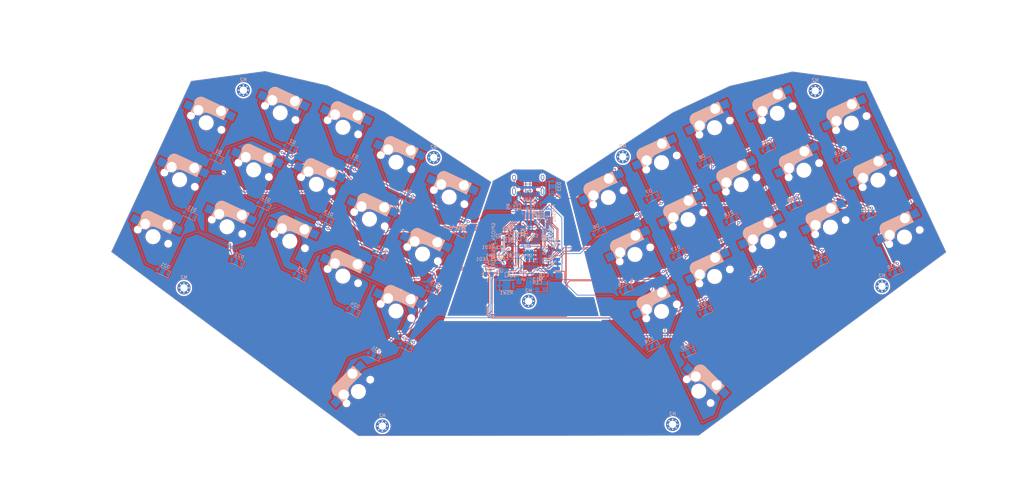
<source format=kicad_pcb>
(kicad_pcb (version 20221018) (generator pcbnew)
  (layers (0 "F.Cu" signal) (31 "B.Cu" signal) (34 "B.Paste" user) (35 "F.Paste" user) (36 "B.SilkS" user "B.Silkscreen") (37 "F.SilkS" user "F.Silkscreen") (38 "B.Mask" user) (39 "F.Mask" user) (44 "Edge.Cuts" user))
  (net 0 "")
  (net 1 "ROW0")
  (net 2 "Net-(U2-IN)")
  (net 3 "+3V3")
  (net 4 "Net-(USB1-SHIELD)")
  (net 5 "+1V1")
  (net 6 "Net-(U3-ADC_AVDD)")
  (net 7 "XIN")
  (net 8 "Net-(C19-Pad2)")
  (net 9 "Net-(D1-A)")
  (net 10 "Net-(D2-A)")
  (net 11 "ROW1")
  (net 12 "Net-(D3-A)")
  (net 13 "Net-(D4-A)")
  (net 14 "Net-(D5-A)")
  (net 15 "Net-(D6-A)")
  (net 16 "Net-(D7-A)")
  (net 17 "Net-(D8-A)")
  (net 18 "Net-(D9-A)")
  (net 19 "Net-(D10-A)")
  (net 20 "Net-(D11-A)")
  (net 21 "ROW2")
  (net 22 "Net-(D12-A)")
  (net 23 "Net-(D13-A)")
  (net 24 "Net-(D14-A)")
  (net 25 "Net-(D15-A)")
  (net 26 "Net-(D16-A)")
  (net 27 "Net-(D17-A)")
  (net 28 "Net-(D18-A)")
  (net 29 "Net-(D19-A)")
  (net 30 "Net-(D20-A)")
  (net 31 "Net-(D21-A)")
  (net 32 "ROW3")
  (net 33 "Net-(D22-A)")
  (net 34 "Net-(D23-A)")
  (net 35 "COL0")
  (net 36 "COL1")
  (net 37 "COL2")
  (net 38 "COL3")
  (net 39 "COL4")
  (net 40 "COL5")
  (net 41 "COL6")
  (net 42 "COL7")
  (net 43 "COL8")
  (net 44 "COL9")
  (net 45 "Net-(D24-A)")
  (net 46 "Net-(D25-A)")
  (net 47 "Net-(D26-A)")
  (net 48 "Net-(D27-A)")
  (net 49 "Net-(D28-A)")
  (net 50 "Net-(D29-A)")
  (net 51 "GND")
  (net 52 "Net-(D30-A)")
  (net 53 "Net-(D31-A)")
  (net 54 "Net-(D32-A)")
  (net 55 "VSYS")
  (net 56 "VBUS")
  (net 57 "Net-(F1-Pad1)")
  (net 58 "/rp2040/QSPI_SS")
  (net 59 "/rp2040/QSPI_SD1")
  (net 60 "/rp2040/QSPI_SD2")
  (net 61 "/rp2040/QSPI_SD0")
  (net 62 "/rp2040/QSPI_SCLK")
  (net 63 "/rp2040/QSPI_SD3")
  (net 64 "Net-(GP23_LED1-A)")
  (net 65 "Net-(Q1-D)")
  (net 66 "Net-(GPIO25_LED1-A)")
  (net 67 "/rp2040/GPIO25")
  (net 68 "/rp2040/~{USB_BOOT}")
  (net 69 "AGND")
  (net 70 "/rp2040/GPIO23")
  (net 71 "Net-(USB1-CC1)")
  (net 72 "/rp2040/GPIO24")
  (net 73 "Net-(USB1-CC2)")
  (net 74 "3V3_EN")
  (net 75 "/rp2040/ADC_VREF")
  (net 76 "USB_D+")
  (net 77 "Net-(U3-USB_DP)")
  (net 78 "USB_D-")
  (net 79 "Net-(U3-USB_DM)")
  (net 80 "XOUT")
  (net 81 "/rp2040/RUN")
  (net 82 "/rp2040/GPIO0")
  (net 83 "/rp2040/GPIO6")
  (net 84 "/rp2040/GPIO7")
  (net 85 "/rp2040/GPIO10")
  (net 86 "/rp2040/SWCLK")
  (net 87 "/rp2040/SWD")
  (net 88 "/rp2040/GPIO18")
  (net 89 "/rp2040/GPIO19")
  (net 90 "/rp2040/GPIO20")
  (net 91 "/rp2040/GPIO21")
  (net 92 "/rp2040/GPIO22")
  (net 93 "/rp2040/GPIO26_ADC0")
  (net 94 "/rp2040/GPIO27_ADC1")
  (net 95 "/rp2040/GPIO28_ADC2")
  (net 96 "/rp2040/GPIO29_ADC3")
  (footprint "kbd:CherryMX_Hotswap-3d-smd" (layer "F.Cu") (at 84.311272 73.918252 -25)
    (fp_text reference "SW13" hide)
    (fp_text value "SW_PUSH" hide)
  )
  (footprint "kbd:CherryMX_Hotswap-3d-smd" (layer "F.Cu") (at 188.844396 112.468677 25)
    (fp_text reference "SW26" hide)
    (fp_text value "SW_PUSH" hide)
  )
  (footprint "EnvExtras:CustomTestPoint" (layer "F.Cu") (at 147.214 71.07)
    (fp_text reference "TP2")
    (fp_text value "TestPoint")
  )
  (footprint "kbd:CherryMX_Hotswap-3d-smd" (layer "F.Cu") (at 196.877886 84.620412 25)
    (fp_text reference "SW17" hide)
    (fp_text value "SW_PUSH" hide)
  )
  (footprint "kbd:CherryMX_Hotswap-3d-smd" (layer "F.Cu") (at 212.962254 74.03731 25)
    (fp_text reference "SW18" hide)
    (fp_text value "SW_PUSH" hide)
  )
  (footprint "kbd:CherryMX_Hotswap-3d-smd" (layer "F.Cu") (at 204.911377 56.772147 25)
    (fp_text reference "SW8" hide)
    (fp_text value "SW_PUSH" hide)
  )
  (footprint "kbd:CherryMX_Hotswap-3d-smd" (layer "F.Cu") (at 34.859985 89.814599 -25)
    (fp_text reference "SW21" hide)
    (fp_text value "SW_PUSH" hide)
  )
  (footprint "kbd:CherryMX_Hotswap-3d-smd" (layer "F.Cu") (at 116.480008 95.084456 -25)
    (fp_text reference "SW15" hide)
    (fp_text value "SW_PUSH" hide)
  )
  (footprint "kbd:CherryMX_Hotswap-3d-smd" (layer "F.Cu") (at 65.328588 69.550609 -25)
    (fp_text reference "SW12" hide)
    (fp_text value "SW_PUSH" hide)
  )
  (footprint "kbd:CherryMX_Hotswap-3d-smd" (layer "F.Cu") (at 57.27771 86.815773 -25)
    (fp_text reference "SW22" hide)
    (fp_text value "SW_PUSH" hide)
  )
  (footprint "kbd:CherryMX_Hotswap-3d-smd" (layer "F.Cu") (at 223.89406 52.404504 25)
    (fp_text reference "SW9" hide)
    (fp_text value "SW_PUSH" hide)
  )
  (footprint "kbd:CherryMX_Hotswap-3d-smd" (layer "F.Cu") (at 231.944938 69.669667 25)
    (fp_text reference "SW19" hide)
    (fp_text value "SW_PUSH" hide)
  )
  (footprint "kbd:CherryMX_Hotswap-3d-smd" (layer "F.Cu") (at 172.742641 77.93835 25)
    (fp_text reference "SW6" hide)
    (fp_text value "SW_PUSH" hide)
  )
  (footprint "kbd:CherryMX_Hotswap-3d-smd" (layer "F.Cu") (at 76.260394 91.183416 -25)
    (fp_text reference "SW23" hide)
    (fp_text value "SW_PUSH" hide)
  )
  (footprint "kbd:CherryMX_Hotswap-3d-smd" (layer "F.Cu") (at 108.446518 67.236191 -25)
    (fp_text reference "SW4" hide)
    (fp_text value "SW_PUSH" hide)
  )
  (footprint "kbd:CherryMX_Hotswap-3d-smd" (layer "F.Cu") (at 200.115625 136.639906 -45)
    (fp_text reference "SW32" hide)
    (fp_text value "SW_PUSH" hide)
  )
  (footprint "kbd:CherryMX_Hotswap-3d-smd" (layer "F.Cu") (at 108.42913 112.349619 -25)
    (fp_text reference "SW25" hide)
    (fp_text value "SW_PUSH" hide)
  )
  (footprint "kbd:CherryMX_Hotswap-3d-smd" (layer "F.Cu") (at 254.362664 72.668494 25)
    (fp_text reference "SW20" hide)
    (fp_text value "SW_PUSH" hide)
  )
  (footprint "kbd:CherryMX_Hotswap-3d-smd" (layer "F.Cu") (at 180.793519 95.203514 25)
    (fp_text reference "SW16" hide)
    (fp_text value "SW_PUSH" hide)
  )
  (footprint "kbd:CherryMX_Hotswap-3d-smd" (layer "F.Cu") (at 97.050556 136.75105 45)
    (fp_text reference "SW31" hide)
    (fp_text value "SW_PUSH" hide)
  )
  (footprint "kbd:CherryMX_Hotswap-3d-smd" (layer "F.Cu") (at 100.39564 84.501354 -25)
    (fp_text reference "SW14" hide)
    (fp_text value "SW_PUSH" hide)
  )
  (footprint "kbd:CherryMX_Hotswap-3d-smd" (layer "F.Cu") (at 92.36215 56.653089 -25)
    (fp_text reference "SW3" hide)
    (fp_text value "SW_PUSH" hide)
  )
  (footprint "kbd:CherryMX_Hotswap-3d-smd" (layer "F.Cu") (at 239.995816 86.93483 25)
    (fp_text reference "SW29" hide)
    (fp_text value "SW_PUSH" hide)
  )
  (footprint "kbd:CherryMX_Hotswap-3d-smd" (layer "F.Cu") (at 92.344762 101.766517 -25)
    (fp_text reference "SW24" hide)
    (fp_text value "SW_PUSH" hide)
  )
  (footprint "kbd:CherryMX_Hotswap-3d-smd" (layer "F.Cu") (at 124.530886 77.819293 -25)
    (fp_text reference "SW5" hide)
    (fp_text value "SW_PUSH" hide)
  )
  (footprint "kbd:CherryMX_Hotswap-3d-smd" (layer "F.Cu") (at 246.311786 55.40333 25)
    (fp_text reference "SW10" hide)
    (fp_text value "SW_PUSH" hide)
  )
  (footprint "EnvExtras:CustomTestPoint" (layer "F.Cu") (at 149.754 71.07)
    (fp_text reference "TP1")
    (fp_text value "TestPoint")
  )
  (footprint "kbd:CherryMX_Hotswap-3d-smd" (layer "F.Cu") (at 188.827009 67.355248 25)
    (fp_text reference "SW7" hide)
    (fp_text value "SW_PUSH" hide)
  )
  (footprint "kbd:CherryMX_Hotswap-3d-smd" (layer "F.Cu") (at 204.928764 101.885575 25)
    (fp_text reference "SW27" hide)
    (fp_text value "SW_PUSH" hide)
  )
  (footprint "kbd:CherryMX_Hotswap-3d-smd" (layer "F.Cu") (at 73.379466 52.285446 -25)
    (fp_text reference "SW2" hide)
    (fp_text value "SW_PUSH" hide)
  )
  (footprint "kbd:CherryMX_Hotswap-3d-smd" (layer "F.Cu") (at 262.413541 89.933657 25)
    (fp_text reference "SW30" hide)
    (fp_text value "SW_PUSH" hide)
  )
  (footprint "kbd:CherryMX_Hotswap-3d-smd" (layer "F.Cu") (at 50.961741 55.284273 -25)
    (fp_text reference "SW1" hide)
    (fp_text value "SW_PUSH" hide)
  )
  (footprint "kbd:CherryMX_Hotswap-3d-smd" (layer "F.Cu") (at 221.013132 91.302473 25)
    (fp_text reference "SW28" hide)
    (fp_text value "SW_PUSH" hide)
  )
  (footprint "kbd:CherryMX_Hotswap-3d-smd" (layer "F.Cu") (at 42.910863 72.549436 -25)
    (fp_text reference "SW11" hide)
    (fp_text value "SW_PUSH" hide)
  )
  (footprint "Button_Switch_SMD:SW_Push_SPST_NO_Alps_SKRK" (layer "B.Cu") (at 157.374 95.962 -90)
    (fp_text reference "J3")
    (fp_text value "Button")
  )
  (footprint "Resistor_SMD:R_0402_1005Metric" (layer "B.Cu") (at 154.323 90.025 -90)
    (fp_text reference "R9")
    (fp_text value "10K 0402")
  )
  (footprint "Capacitor_SMD:C_0402_1005Metric" (layer "B.Cu") (at 143.15 101.296 -90)
    (fp_text reference "C2")
    (fp_text value "10uf 0402")
  )
  (footprint "Resistor_SMD:R_0402_1005Metric" (layer "B.Cu") (at 148.992 88.852 -90)
    (fp_text reference "R10")
    (fp_text value "27r 0402 resistor")
  )
  (footprint "Resistor_SMD:R_0402_1005Metric" (layer "B.Cu") (at 147.214 81.738 90)
    (fp_text reference "R1")
    (fp_text value "5.1K 0402")
  )
  (footprint "Capacitor_SMD:C_0402_1005Metric" (layer "B.Cu") (at 150.516 88.342)
    (fp_text reference "C8")
    (fp_text value "100nf 0402")
  )
  (footprint "Resistor_SMD:R_0402_1005Metric" (layer "B.Cu") (at 136.8 92.66 90)
    (fp_text reference "GPIO24_RESISTOR1")
    (fp_text value "1K 0402")
  )
  (footprint "kbd:M2_HOLE_v3" (layer "B.Cu") (at 255.598 104.825 180)
    (fp_text reference "M2")
    (fp_text value "M2")
  )
  (footprint "Diode_SMD:D_SOD-123" (layer "B.Cu") (at 87.214547 84.520585 155)
    (fp_text reference "D13")
    (fp_text value "1N4148W")
  )
  (footprint "Capacitor_SMD:C_0402_1005Metric" (layer "B.Cu") (at 151.278 102.566)
    (fp_text reference "C19")
    (fp_text value "22pf 0402")
  )
  (footprint "RP2040_minimal:RP2040-QFN-56" (layer "B.Cu") (at 148.862 95.3355 180)
    (fp_text reference "U3")
    (fp_text value "RP2040")
  )
  (footprint "Diode_SMD:D_SOD-123" (layer "B.Cu") (at 95.265425 67.255422 155)
    (fp_text reference "D3")
    (fp_text value "1N4148W")
  )
  (footprint "Resistor_SMD:R_0402_1005Metric" (layer "B.Cu") (at 135.784 99.264 90)
    (fp_text reference "FB1")
    (fp_text value "FerriteBead 0402")
  )
  (footprint "Capacitor_SMD:C_0402_1005Metric" (layer "B.Cu") (at 148.23 101.804 -90)
    (fp_text reference "C15")
    (fp_text value "100nf 0402")
  )
  (footprint "Button_Switch_SMD:SW_Push_SPST_NO_Alps_SKRK" (layer "B.Cu") (at 141.88 104.598)
    (fp_text reference "RSW1")
    (fp_text value "TSA343G00-250J2")
  )
  (footprint "Resistor_SMD:R_0402_1005Metric" (layer "B.Cu") (at 157.882 91.644 -90)
    (fp_text reference "R12")
    (fp_text value "1K 0402")
  )
  (footprint "Diode_SMD:D_SOD-123" (layer "B.Cu") (at 185.941122 123.07101 -155)
    (fp_text reference "D26")
    (fp_text value "1N4148W")
  )
  (footprint "Capacitor_SMD:C_0402_1005Metric" (layer "B.Cu") (at 142.67 89.866)
    (fp_text reference "C11")
    (fp_text value "100nf 0402")
  )
  (footprint "kbd:M2_HOLE_v3" (layer "B.Cu") (at 62.223 45.425 180)
    (fp_text reference "M2")
    (fp_text value "M2")
  )
  (footprint "Diode_SMD:D_SOD-123" (layer "B.Cu") (at 95.248037 112.36885 155)
    (fp_text reference "D24")
    (fp_text value "1N4148W")
  )
  (footprint "kbd:M2_HOLE_v3" (layer "B.Cu") (at 192.198 146.7 180)
    (fp_text reference "M2")
    (fp_text value "M2")
  )
  (footprint "Diode_SMD:D_SOD-123" (layer "B.Cu") (at 220.990786 63.006837 -155)
    (fp_text reference "D9")
    (fp_text value "1N4148W")
  )
  (footprint "Diode_SMD:D_SOD-123" (layer "B.Cu") (at 185.923734 77.957581 -155)
    (fp_text reference "D7")
    (fp_text value "1N4148W")
  )
  (footprint "Package_SON:SON-8-1EP_3x2mm_P0.5mm_EP1.4x1.6mm" (layer "B.Cu") (at 154.326 82.754 90)
    (fp_text reference "FLASH1")
    (fp_text value "W25Q16JVUXIQ")
  )
  (footprint "Diode_SMD:D_SOD-123" (layer "B.Cu") (at 127.43416 88.421626 155)
    (fp_text reference "D5")
    (fp_text value "1N4148W")
  )
  (footprint "LED_SMD:LED_0402_1005Metric" (layer "B.Cu") (at 137.562 95.454)
    (fp_text reference "GPIO25_LED1")
    (fp_text value "LED_0402")
  )
  (footprint "kbd:M2_HOLE_v3" (layer "B.Cu") (at 235.398 45.575 180)
    (fp_text reference "M2")
    (fp_text value "M2")
  )
  (footprint "Resistor_SMD:R_0402_1005Metric" (layer "B.Cu") (at 142.64 94.438)
    (fp_text reference "GPIO25_RESISTOR1")
    (fp_text value "470 0402")
  )
  (footprint "Capacitor_SMD:C_0402_1005Metric" (layer "B.Cu") (at 144.42 101.296 -90)
    (fp_text reference "C5")
    (fp_text value "100nf 0402")
  )
  (footprint "Fuse:Fuse_0805_2012Metric" (layer "B.Cu") (at 136.546 101.296)
    (fp_text reference "F1")
    (fp_text value "0805L050WR")
  )
  (footprint "Resistor_SMD:R_0402_1005Metric" (layer "B.Cu") (at 143.15 88.342 180)
    (fp_text reference "R8")
    (fp_text value "1 0402")
  )
  (footprint "LED_SMD:LED_0402_1005Metric" (layer "B.Cu") (at 138.578 94.184 180)
    (fp_text reference "GP23_LED1")
    (fp_text value "GP23 LED_0402")
  )
  (footprint "Capacitor_SMD:C_0402_1005Metric" (layer "B.Cu") (at 145.436 101.296 -90)
    (fp_text reference "C4")
    (fp_text value "100nf 0402")
  )
  (footprint "kbd:M2_HOLE_v3" (layer "B.Cu") (at 44.223 105.325 180)
    (fp_text reference "M2")
    (fp_text value "M2")
  )
  (footprint "Diode_SMD:D_SOD-123" (layer "B.Cu") (at 111.349793 77.838524 155)
    (fp_text reference "D4")
    (fp_text value "1N4148W")
  )
  (footprint "Capacitor_SMD:C_0402_1005Metric" (layer "B.Cu") (at 153.282 102.566 180)
    (fp_text reference "C18")
    (fp_text value "22pf 0402")
  )
  (footprint "EnvExtras:CustomTestPoint" (layer "B.Cu") (at 157.628 101.55 180)
    (fp_text reference "TP3")
    (fp_text value "TestPoint")
  )
  (footprint "Diode_SMD:D_SOD-123" (layer "B.Cu") (at 79.163669 101.785749 155)
    (fp_text reference "D23")
    (fp_text value "1N4148W")
  )
  (footprint "Diode_SMD:D_SOD-123" (layer "B.Cu") (at 196.912026 124.961643 -155)
    (fp_text reference "D32")
    (fp_text value "1N4148W")
  )
  (footprint "Diode_SMD:D_SOD-123" (layer "B.Cu") (at 68.231863 80.152942 155)
    (fp_text reference "D12")
    (fp_text value "1N4148W")
  )
  (footprint "Diode_SMD:D_SOD-123" (layer "B.Cu") (at 218.109858 101.904806 -155)
    (fp_text reference "D28")
    (fp_text value "1N4148W")
  )
  (footprint "kbd:M2_HOLE_v3" (layer "B.Cu") (at 104.298 147.225 180)
    (fp_text reference "M2")
    (fp_text value "M2")
  )
  (footprint "Diode_SMD:D_SOD-123" (layer "B.Cu") (at 37.76326 100.416932 155)
    (fp_text reference "D21")
    (fp_text value "1N4148W")
  )
  (footprint "Resistor_SMD:R_0402_1005Metric" (layer "B.Cu") (at 150.516 84.276 90)
    (fp_text reference "R3")
    (fp_text value "5.1K 0402")
  )
  (footprint "Capacitor_SMD:C_0402_1005Metric" (layer "B.Cu") (at 146.424 90.12 180)
    (fp_text reference "C14")
    (fp_text value "1uf 0402")
  )
  (footprint "Package_TO_SOT_SMD:SOT-23-5" (layer "B.Cu") (at 139.9695 97.806)
    (fp_text reference "U2")
    (fp_text value "SOT-23-5 5.5V 3.3V 500mA")
  )
  (footprint "Diode_SMD:D_SOD-123" (layer "B.Cu") (at 119.383283 105.686789 155)
    (fp_text reference "D15")
    (fp_text value "1N4148W")
  )
  (footprint "Resistor_SMD:R_0402_1005Metric" (layer "B.Cu") (at 151.278 101.55)
    (fp_text reference "R13")
    (fp_text value "1K 0402")
  )
  (footprint "Diode_SMD:D_SOD-123" (layer "B.Cu") (at 259.510267 100.53599 -155)
    (fp_text reference "D30")
    (fp_text value "1N4148W")
  )
  (footprint "kbd:M2_HOLE_v3" (layer "B.Cu") (at 119.863 65.84 180)
    (fp_text reference "M2")
    (fp_text value "M2")
  )
  (footprint "NetTie:NetTie-2_SMD_Pad0.5mm" (layer "B.Cu") (at 145.944 80.468 -90)
    (fp_text reference "NT1")
    (fp_text value "NetTie_2")
  )
  (footprint "kbd:M2_HOLE_v3" (layer "B.Cu") (at 148.598 109.375 180)
    (fp_text reference "M2")
    (fp_text value "M2")
  )
  (footprint "Diode_SMD:D_SOD-123" (layer "B.Cu") (at 169.839366 88.540683 -155)
    (fp_text reference "D6")
    (fp_text value "1N4148W")
  )
  (footprint "Crystal:Crystal_SMD_3225-4Pin_3.2x2.5mm" (layer "B.Cu") (at 152.294 104.852 180)
    (fp_text reference "Y1")
    (fp_text value "3225_4P 12MHz")
  )
  (footprint "Diode_SMD:D_SOD-123" (layer "B.Cu") (at 53.865015 65.886606 155)
    (fp_text reference "D1")
    (fp_text value "1N4148W")
  )
  (footprint "Capacitor_SMD:C_0402_1005Metric" (layer "B.Cu") (at 145.69 88.596 90)
    (fp_text reference "C9")
    (fp_text value "100nf 0402")
  )
  (footprint "Capacitor_SMD:C_0402_1005Metric" (layer "B.Cu") (at 144.674 80.722 90)
    (fp_text reference "C3")
    (fp_text value "0.1uf 0402")
  )
  (footprint "Diode_SMD:D_SOD-123" (layer "B.Cu") (at 237.092542 97.537163 -155)
    (fp_text reference "D29")
    (fp_text value "1N4148W")
  )
  (footprint "Resistor_SMD:R_0402_1005Metric" (layer "B.Cu") (at 151.024 79.96 -90)
    (fp_text reference "R2")
    (fp_text value "5.6K 0402")
  )
  (footprint "HRO-TYPE-C31-M-12:HRO-TYPE-C-31-M-12" (layer "B.Cu") (at 148.484 69.271)
    (fp_text reference "USB1")
    (fp_text value "TYPE-C-31-M-12")
  )
  (footprint "kbd:M2_HOLE_v3" (layer "B.Cu") (at 177.123 65.6 180)
    (fp_text reference "M2")
    (fp_text value "M2")
  )
  (footprint "Resistor_SMD:R_0603_1608Metric" (layer "B.Cu") (at 143.658 98.756 90)
    (fp_text reference "R7")
    (fp_text value "200 0603")
  )
  (footprint "Diode_SMD:D_SOD-123" (layer "B.Cu") (at 210.05898 84.639643 -155)
    (fp_text reference "D18")
    (fp_text value "1N4148W")
  )
  (footprint "Capacitor_SMD:C_0402_1005Metric" (layer "B.Cu") (at 142.614 90.882 180)
    (fp_text reference "C12")
    (fp_text value "100nf 0402")
  )
  (footprint "Diode_SMD:D_SOD-123" (layer "B.Cu") (at 101.635368 125.716858 155)
    (fp_text reference "D31")
    (fp_text value "1N4148W")
  )
  (footprint "Diode_SMD:D_SOD-123" (layer "B.Cu") (at 45.814138 83.151769 155)
    (fp_text reference "D11")
    (fp_text value "1N4148W")
  )
  (footprint "Capacitor_SMD:C_0402_1005Metric" (layer "B.Cu") (at 143.658 91.898 180)
    (fp_text reference "C6")
    (fp_text value "100nf 0402")
  )
  (footprint "Diode_SMD:D_SOD-123" (layer "B.Cu") (at 103.298915 95.103687 155)
    (fp_text reference "D14")
    (fp_text value "1N4148W")
  )
  (footprint "Capacitor_SMD:C_0402_1005Metric" (layer "B.Cu") (at 137.054 97.232 -90)
    (fp_text reference "C1")
    (fp_text value "10uf 0402")
  )
  (footprint "Diode_SMD:D_SOD-123" (layer "B.Cu") (at 60.180985 97.418106 155)
    (fp_text reference "D22")
    (fp_text value "1N4148W")
  )
  (footprint "Diode_SMD:D_SOD-123" (layer "B.Cu") (at 229.041664 80.272 -155)
    (fp_text reference "D19")
    (fp_text value "1N4148W")
  )
  (footprint "Resistor_SMD:R_0402_1005Metric" (layer "B.Cu") (at 137.054 99.266 -90)
    (fp_text reference "R4")
    (fp_text value "100K 0402")
  )
  (footprint "Diode_SMD:D_SOD-123" (layer "B.Cu") (at 111.332405 122.951952 155)
    (fp_text reference "D25")
    (fp_text value "1N4148W")
  )
  (footprint "Resistor_SMD:R_0402_1005Metric" (layer "B.Cu") (at 143.658 80.724 -90)
    (fp_text reference "R5")
    (fp_text value "220 0402")
  )
  (footprint "Diode_SMD:D_SOD-123" (layer "B.Cu") (at 193.974612 95.222745 -155)
    (fp_text reference "D17")
    (fp_text value "1N4148W")
  )
  (footprint "Diode_SMD:D_SOD-123" (layer "B.Cu") (at 202.008102 67.37448 -155)
    (fp_text reference "D8")
    (fp_text value "1N4148W")
  )
  (footprint "Diode_SMD:D_SOD-123" (layer "B.Cu") (at 177.890244 105.805847 -155)
    (fp_text reference "D16")
    (fp_text value "1N4148W")
  )
  (footprint "Package_TO_SOT_SMD:SOT-23" (layer "B.Cu") (at 139.4185 91.832 180)
    (fp_text reference "Q1")
    (fp_text value "SI2301B")
  )
  (footprint "Diode_SMD:D_SOD-123" (layer "B.Cu") (at 251.459389 83.270827 -155)
    (fp_text reference "D20")
    (fp_text value "1N4148W")
  )
  (footprint "Capacitor_SMD:C_0402_1005Metric" (layer "B.Cu") (at 144.674 89.866 90)
    (fp_text reference "C13")
    (fp_text value "2.2uF 0402")
  )
  (footprint "Resistor_SMD:R_0402_1005Metric" (layer "B.Cu") (at 151.024 81.994 -90)
    (fp_text reference "R6")
    (fp_text value "10K 0402")
  )
  (footprint "Capacitor_SMD:C_0402_1005Metric" (layer "B.Cu") (at 143.15 87.326)
    (fp_text reference "C16")
    (fp_text value "2.2uF 0402")
  )
  (footprint "Diode_SMD:D_SOD-123" (layer "B.Cu") (at 243.408511 66.005663 -155)
    (fp_text reference "D10")
    (fp_text value "1N4148W")
  )
  (footprint "Capacitor_SMD:C_0402_1005Metric" (layer "B.Cu") (at 154.58 96.978 -90)
    (fp_text reference "C7")
    (fp_text value "100nf 0402")
  )
  (footprint "Diode_SMD:D_SOD-123" (layer "B.Cu") (at 76.282741 62.887779 155)
    (fp_text reference "D2")
    (fp_text value "1N4148W")
  )
  (footprint "Capacitor_SMD:C_0402_1005Metric" (layer "B.Cu") (at 154.58 93.93 -90)
    (fp_text reference "C10")
    (fp_text value "100nf 0402")
  )
  (footprint "Diode_SMD:D_SOD-123" (layer "B.Cu") (at 155.85 74.626 90)
    (fp_text reference "D33")
    (fp_text value "1N4002W")
  )
  (footprint "Diode_SMD:D_SOD-123" (layer "B.Cu") (at 202.02549 112.487908 -155)
    (fp_text reference "D27")
    (fp_text value "1N4148W")
  )
  (footprint "Resistor_SMD:R_0402_1005Metric" (layer "B.Cu") (at 147.976 88.596 -90)
    (fp_text reference "R11")
    (fp_text value "27r 0402 resistor")
  )
  (footprint "Capacitor_SMD:C_0402_1005Metric" (layer "B.Cu") (at 143.15 96.47 180)
    (fp_text reference "C17")
    (fp_text value "10uf 0402")
  )
  (gr_line (start 228.498 39.75) (end 209.498 44.1) (stroke (width 0.1)) (layer "Edge.Cuts"))
  (gr_line (start 87.773 44) (end 68.773 39.625) (stroke (width 0.1)) (layer "Edge.Cuts"))
  (gr_line (start 97.048 150.225) (end 22.198 94.425) (stroke (width 0.1)) (layer "Edge.Cuts"))
  (gr_line (start 209.498 44.1) (end 192.248 52.15) (stroke (width 0.1)) (layer "Edge.Cuts"))
  (gr_line (start 143.998 69.425) (end 137.223 73.2) (stroke (width 0.1)) (layer "Edge.Cuts"))
  (gr_line (start 160.098 73.325) (end 152.948 69.425) (stroke (width 0.1)) (layer "Edge.Cuts"))
  (gr_line (start 152.948 69.425) (end 143.998 69.425) (stroke (width 0.1)) (layer "Edge.Cuts"))
  (gr_line (start 46.373 42.625) (end 22.198 94.425) (stroke (width 0.1)) (layer "Edge.Cuts"))
  (gr_line (start 105.023 52.025) (end 87.773 44) (stroke (width 0.1)) (layer "Edge.Cuts"))
  (gr_line (start 192.248 52.15) (end 176.173 62.75) (stroke (width 0.1)) (layer "Edge.Cuts"))
  (gr_line (start 250.923 42.75) (end 228.498 39.75) (stroke (width 0.1)) (layer "Edge.Cuts"))
  (gr_line (start 200.123 150.1) (end 275.073 94.525) (stroke (width 0.1)) (layer "Edge.Cuts"))
  (gr_line (start 275.073 94.525) (end 250.923 42.75) (stroke (width 0.1)) (layer "Edge.Cuts"))
  (gr_line (start 68.773 39.625) (end 46.373 42.625) (stroke (width 0.1)) (layer "Edge.Cuts"))
  (gr_line (start 176.173 62.75) (end 160.098 73.325) (stroke (width 0.1)) (layer "Edge.Cuts"))
  (gr_line (start 137.223 73.2) (end 121.123 62.65) (stroke (width 0.1)) (layer "Edge.Cuts"))
  (gr_line (start 97.048 150.225) (end 200.123 150.1) (stroke (width 0.1)) (layer "Edge.Cuts"))
  (gr_line (start 121.123 62.65) (end 105.023 52.025) (stroke (width 0.1)) (layer "Edge.Cuts"))
  (segment (start 74.018822 64.354418) (end 76.697848 65.603669) (width 0.25) (layer "F.Cu") (net 1))
  (segment (start 95.895222 69.510907) (end 113.160386 77.561785) (width 0.25) (layer "F.Cu") (net 1))
  (segment (start 181.432874 83.134542) (end 188.715945 79.73839) (width 0.25) (layer "F.Cu") (net 1))
  (segment (start 228.189102 57.408143) (end 244.053821 63.182428) (width 0.25) (layer "F.Cu") (net 1))
  (segment (start 188.715945 79.73839) (end 202.528075 73.297688) (width 0.25) (layer "F.Cu") (net 1))
  (segment (start 154.8005 99.51) (end 159.3645 94.946) (width 0.2) (layer "F.Cu") (net 1))
  (segment (start 151.177063 100.126938) (end 151.794001 99.51) (width 0.2) (layer "F.Cu") (net 1))
  (segment (start 143.912 82.246) (end 152.802 82.246) (width 0.2) (layer "F.Cu") (net 1))
  (segment (start 221.743441 60.413804) (end 228.189102 57.408143) (width 0.25) (layer "F.Cu") (net 1))
  (segment (start 76.697848 65.603669) (end 82.773698 63.39224) (width 0.25) (layer "F.Cu") (net 1))
  (segment (start 204.248075 68.572027) (end 221.743441 60.413804) (width 0.25) (layer "F.Cu") (net 1))
  (segment (start 113.497933 77.438928) (end 130.302692 85.275116) (width 0.25) (layer "F.Cu") (net 1))
  (segment (start 113.160386 77.561785) (end 113.497933 77.438928) (width 0.25) (layer "F.Cu") (net 1))
  (segment (start 152.802 82.246) (end 154.834 80.214) (width 0.2) (layer "F.Cu") (net 1))
  (segment (start 202.528075 73.297688) (end 204.248075 68.572027) (width 0.25) (layer "F.Cu") (net 1))
  (segment (start 82.773698 63.39224) (end 95.895222 69.510907) (width 0.25) (layer "F.Cu") (net 1))
  (segment (start 151.794001 99.51) (end 154.8005 99.51) (width 0.2) (layer "F.Cu") (net 1))
  (via (at 74.018822 64.354418) (size 0.8) (drill 0.4) (layers "F.Cu" "B.Cu") (net 1))
  (via (at 181.432874 83.134542) (size 0.8) (drill 0.4) (layers "F.Cu" "B.Cu") (net 1))
  (via (at 95.895222 69.510907) (size 0.8) (drill 0.4) (layers "F.Cu" "B.Cu") (net 1))
  (via (at 188.715945 79.73839) (size 0.8) (drill 0.4) (layers "F.Cu" "B.Cu") (net 1))
  (via (at 244.053821 63.182428) (size 0.8) (drill 0.4) (layers "F.Cu" "B.Cu") (net 1))
  (via (at 159.3645 94.946) (size 0.4) (drill 0.2) (layers "F.Cu" "B.Cu") (net 1))
  (via (at 130.302692 85.275116) (size 0.8) (drill 0.4) (layers "F.Cu" "B.Cu") (net 1))
  (via (at 221.743441 60.413804) (size 0.8) (drill 0.4) (layers "F.Cu" "B.Cu") (net 1))
  (via (at 204.248075 68.572027) (size 0.8) (drill 0.4) (layers "F.Cu" "B.Cu") (net 1))
  (via (at 113.497933 77.438928) (size 0.8) (drill 0.4) (layers "F.Cu" "B.Cu") (net 1))
  (via (at 76.697848 65.603669) (size 0.8) (drill 0.4) (layers "F.Cu" "B.Cu") (net 1))
  (via (at 143.912 82.246) (size 0.4) (drill 0.2) (layers "F.Cu" "B.Cu") (net 1))
  (via (at 154.834 80.214) (size 0.4) (drill 0.2) (layers "F.Cu" "B.Cu") (net 1))
  (via (at 151.177063 100.126938) (size 0.4) (drill 0.2) (layers "F.Cu" "B.Cu") (net 1))
  (segment (start 57.065697 62.926954) (end 64.867793 60.087223) (width 0.25) (layer "B.Cu") (net 1))
  (segment (start 77.610704 63.646044) (end 77.778149 63.585099) (width 0.25) (layer "B.Cu") (net 1))
  (segment (start 244.053821 63.182428) (end 244.965831 65.138241) (width 0.25) (layer "B.Cu") (net 1))
  (segment (start 128.929568 86.64824) (end 128.929568 89.118946) (width 0.15) (layer "B.Cu") (net 1))
  (segment (start 221.743441 60.413804) (end 222.548106 62.139414) (width 0.25) (layer "B.Cu") (net 1))
  (segment (start 188.545842 79.676478) (end 187.419142 77.260261) (width 0.25) (layer "B.Cu") (net 1))
  (segment (start 244.965831 65.138241) (end 244.903919 65.308343) (width 0.25) (layer "B.Cu") (net 1))
  (segment (start 158.652 93.375107) (end 158.706843 93.42995) (width 0.2) (layer "B.Cu") (net 1))
  (segment (start 113.015303 78.473932) (end 112.8452 78.535844) (width 0.25) (layer "B.Cu") (net 1))
  (segment (start 222.548106 62.139414) (end 222.486194 62.309516) (width 0.25) (layer "B.Cu") (net 1))
  (segment (start 132.773398 85.275116) (end 130.302692 85.275116) (width 0.15) (layer "B.Cu") (net 1))
  (segment (start 203.442565 66.844604) (end 203.50351 66.677159) (width 0.25) (layer "B.Cu") (net 1))
  (segment (start 113.497933 77.438928) (end 113.015303 78.473932) (width 0.25) (layer "B.Cu") (net 1))
  (segment (start 159.3645 94.946) (end 164.232137 94.946) (width 0.2) (layer "B.Cu") (net 1))
  (segment (start 158.706843 94.288343) (end 159.3645 94.946) (width 0.2) (layer "B.Cu") (net 1))
  (segment (start 154.834 80.214) (end 158.652 84.032) (width 0.2) (layer "B.Cu") (net 1))
  (segment (start 204.248075 68.572027) (end 203.442565 66.844604) (width 0.25) (layer "B.Cu") (net 1))
  (segment (start 76.697848 65.603669) (end 77.610704 63.646044) (width 0.25) (layer "B.Cu") (net 1))
  (segment (start 96.593388 68.013687) (end 96.760832 67.952742) (width 0.25) (layer "B.Cu") (net 1))
  (segment (start 64.867793 60.087223) (end 74.018822 64.354418) (width 0.25) (layer "B.Cu") (net 1))
  (segment (start 135.802514 82.246) (end 132.773398 85.275116) (width 0.15) (layer "B.Cu") (net 1))
  (segment (start 188.715945 79.73839) (end 188.545842 79.676478) (width 0.25) (layer "B.Cu") (net 1))
  (segment (start 158.652 84.032) (end 158.652 93.375107) (width 0.2) (layer "B.Cu") (net 1))
  (segment (start 95.895222 69.510907) (end 96.593388 68.013687) (width 0.25) (layer "B.Cu") (net 1))
  (segment (start 150.662 99.611875) (end 151.177063 100.126938) (width 0.2) (layer "B.Cu") (net 1))
  (segment (start 158.706843 93.42995) (end 158.706843 94.288343) (width 0.2) (layer "B.Cu") (net 1))
  (segment (start 171.334774 87.843363) (end 181.432874 83.134542) (width 0.25) (layer "B.Cu") (net 1))
  (segment (start 55.360423 66.583926) (end 57.065697 62.926954) (width 0.25) (layer "B.Cu") (net 1))
  (segment (start 150.662 98.773) (end 150.662 99.611875) (width 0.2) (layer "B.Cu") (net 1))
  (segment (start 130.302692 85.275116) (end 128.929568 86.64824) (width 0.15) (layer "B.Cu") (net 1))
  (segment (start 164.232137 94.946) (end 171.334774 87.843363) (width 0.2) (layer "B.Cu") (net 1))
  (segment (start 135.802514 82.246) (end 143.912 82.246) (width 0.2) (layer "B.Cu") (net 1))
  (segment (start 138.07 99.772) (end 136.038 99.772) (width 0.2) (layer "F.Cu") (net 2))
  (segment (start 136.038 99.772) (end 135.022 98.756) (width 0.2) (layer "F.Cu") (net 2))
  (via (at 135.022 98.756) (size 0.4) (drill 0.2) (layers "F.Cu" "B.Cu") (net 2))
  (via (at 138.07 99.772) (size 0.4) (drill 0.2) (layers "F.Cu" "B.Cu") (net 2))
  (segment (start 135.784 96.978) (end 135.784 98.754) (width 0.2) (layer "B.Cu") (net 2))
  (segment (start 138.832 98.756) (end 138.832 99.01) (width 0.2) (layer "B.Cu") (net 2))
  (segment (start 137.054 96.752) (end 136.01 96.752) (width 0.2) (layer "B.Cu") (net 2))
  (segment (start 135.022 98.756) (end 135.782 98.756) (width 0.2) (layer "B.Cu") (net 2))
  (segment (start 135.782 98.756) (end 135.784 98.754) (width 0.2) (layer "B.Cu") (net 2))
  (segment (start 138.832 99.01) (end 138.07 99.772) (width 0.2) (layer "B.Cu") (net 2))
  (segment (start 136.01 96.752) (end 135.784 96.978) (width 0.2) (layer "B.Cu") (net 2))
  (segment (start 154.5765 88.85) (end 155.088 88.85) (width 0.2) (layer "F.Cu") (net 3))
  (segment (start 148.549861 92.734361) (end 151.535971 92.734361) (width 0.2) (layer "F.Cu") (net 3))
  (segment (start 149.891587 89.241587) (end 149.891587 89.373913) (width 0.2) (layer "F.Cu") (net 3))
  (segment (start 149.891587 89.373913) (end 148.3835 90.882) (width 0.2) (layer "F.Cu") (net 3))
  (segment (start 146.423975 92.6685) (end 146.356975 92.7355) (width 0.2) (layer "F.Cu") (net 3))
  (segment (start 139.594 96.216) (end 141.118 97.74) (width 0.2) (layer "F.Cu") (net 3))
  (segment (start 148.484 92.6685) (end 146.423975 92.6685) (width 0.2) (layer "F.Cu") (net 3))
  (segment (start 139.594 94.946) (end 139.594 96.216) (width 0.2) (layer "F.Cu") (net 3))
  (segment (start 155.088 88.85) (end 155.596 89.358) (width 0.2) (layer "F.Cu") (net 3))
  (segment (start 148.484 92.6685) (end 148.549861 92.734361) (width 0.2) (layer "F.Cu") (net 3))
  (via (at 154.5765 88.85) (size 0.4) (drill 0.2) (layers "F.Cu" "B.Cu") (net 3))
  (via (at 141.118 97.74) (size 0.4) (drill 0.2) (layers "F.Cu" "B.Cu") (net 3))
  (via (at 146.356975 92.7355) (size 0.4) (drill 0.2) (layers "F.Cu" "B.Cu") (net 3))
  (via (at 151.535971 92.734361) (size 0.4) (drill 0.2) (layers "F.Cu" "B.Cu") (net 3))
  (via (at 155.596 89.358) (size 0.4) (drill 0.2) (layers "F.Cu" "B.Cu") (net 3))
  (via (at 148.3835 90.882) (size 0.4) (drill 0.2) (layers "F.Cu" "B.Cu") (net 3))
  (via (at 139.594 94.946) (size 0.4) (drill 0.2) (layers "F.Cu" "B.Cu") (net 3))
  (via (at 149.891587 89.241587) (size 0.4) (drill 0.2) (layers "F.Cu" "B.Cu") (net 3))
  (via (at 148.484 92.6685) (size 0.4) (drill 0.2) (layers "F.Cu" "B.Cu") (net 3))
  (segment (start 141.118 98.745) (end 141.107 98.756) (width 0.2) (layer "B.Cu") (net 3))
  (segment (start 151.535971 92.734361) (end 152.298361 92.734361) (width 0.2) (layer "B.Cu") (net 3))
  (segment (start 143.658 99.518) (end 142.896 98.756) (width 0.2) (layer "B.Cu") (net 3))
  (segment (start 146.662 91.034314) (end 146.363685 90.736) (width 0.2) (layer "B.Cu") (net 3))
  (segment (start 148.262 91.898) (end 148.284 91.876) (width 0.2) (layer "B.Cu") (net 3))
  (segment (start 148.23 92.66) (end 148.262 92.628) (width 0.2) (layer "B.Cu") (net 3))
  (segment (start 145.4245 96.3355) (end 146.0635 96.3355) (width 0.2) (layer "B.Cu") (net 3))
  (segment (start 142.19 89.978) (end 143.094 90.882) (width 0.2) (layer "B.Cu") (net 3))
  (segment (start 148.662 91.898) (end 148.662 91.26) (width 0.2) (layer "B.Cu") (net 3))
  (segment (start 145.69 89.33) (end 144.674 90.346) (width 0.2) (layer "B.Cu") (net 3))
  (segment (start 154.5765 89.2615) (end 154.323 89.515) (width 0.15) (layer "B.Cu") (net 3))
  (segment (start 143.15 100.816) (end 143.15 100.089) (width 0.2) (layer "B.Cu") (net 3))
  (segment (start 148.484 92.6685) (end 148.2385 92.6685) (width 0.2) (layer "B.Cu") (net 3))
  (segment (start 155.076 81.4665) (end 155.596 81.9865) (width 0.2) (layer "B.Cu") (net 3))
  (segment (start 146.0635 96.3355) (end 147.214 97.486) (width 0.2) (layer "B.Cu") (net 3))
  (segment (start 154.58 93.45) (end 153.818 93.45) (width 0.2) (layer "B.Cu") (net 3))
  (segment (start 148.662 91.898) (end 148.662 92.4905) (width 0.2) (layer "B.Cu") (net 3))
  (segment (start 153.818 93.45) (end 153.818 92.7355) (width 0.2) (layer "B.Cu") (net 3))
  (segment (start 148.284 91.876) (end 148.284 90.882) (width 0.2) (layer "B.Cu") (net 3))
  (segment (start 150.036 89.097174) (end 149.891587 89.241587) (width 0.2) (layer "B.Cu") (net 3))
  (segment (start 154.4175 96.3355) (end 152.2995 96.3355) (width 0.2) (layer "B.Cu") (net 3))
  (segment (start 148.662 98.773) (end 148.662 97.562) (width 0.2) (layer "B.Cu") (net 3))
  (segment (start 143.7645 96.3355) (end 143.63 96.47) (width 0.2) (layer "B.Cu") (net 3))
  (segment (start 148.662 92.4905) (end 148.484 92.6685) (width 0.2) (layer "B.Cu") (net 3))
  (segment (start 143.658 99.581) (end 143.658 99.518) (width 0.2) (layer "B.Cu") (net 3))
  (segment (start 153.818 92.7355) (end 155.5205 92.7355) (width 0.2) (layer "B.Cu") (net 3))
  (segment (start 142.134 92.66) (end 142.134 91.842) (width 0.2) (layer "B.Cu") (net 3))
  (segment (start 143.63 96.47) (end 142.642 97.458) (width 0.2) (layer "B.Cu") (net 3))
  (segment (start 154.58 96.498) (end 154.4175 96.3355) (width 0.2) (layer "B.Cu") (net 3))
  (segment (start 151.024 93.246332) (end 151.024 96.978) (width 0.2) (layer "B.Cu") (net 3))
  (segment (start 148.2385 92.6685) (end 148.23 92.66) (width 0.2) (layer "B.Cu") (net 3))
  (segment (start 142.896 98.756) (end 142.642 98.756) (width 0.2) (layer "B.Cu") (net 3))
  (segment (start 142.19 89.866) (end 142.19 89.978) (width 0.2) (layer "B.Cu") (net 3))
  (segment (start 144.674 92.7355) (end 144.674 92.434) (width 0.2) (layer "B.Cu") (net 3))
  (segment (start 151.535971 92.734361) (end 151.024 93.246332) (width 0.2) (layer "B.Cu") (net 3))
  (segment (start 148.262 92.628) (end 148.262 91.898) (width 0.2) (layer "B.Cu") (net 3))
  (segment (start 140.356 94.184) (end 139.594 94.946) (width 0.2) (layer "B.Cu") (net 3))
  (segment (start 146.356975 92.7355) (end 145.4245 92.7355) (width 0.2) (layer "B.Cu") (net 3))
  (segment (start 142.642 98.756) (end 141.107 98.756) (width 0.2) (layer "B.Cu") (net 3))
  (segment (start 148.662 97.562) (end 148.738 97.486) (width 0.2) (layer "B.Cu") (net 3))
  (segment (start 145.4245 92.7355) (end 144.674 92.7355) (width 0.2) (layer "B.Cu") (net 3))
  (segment (start 151.024 96.978) (end 151.6665 96.3355) (width 0.2) (layer "B.Cu") (net 3))
  (segment (start 141.118 97.74) (end 141.118 98.745) (width 0.2) (layer "B.Cu") (net 3))
  (segment (start 146.662 91.898) (end 146.662 91.034314) (width 0.2) (layer "B.Cu") (net 3))
  (segment (start 146.662 92.430475) (end 146.662 91.898) (width 0.2) (layer "B.Cu") (net 3))
  (segment (start 144.674 92.7355) (end 142.2095 92.7355) (width 0.2) (layer "B.Cu") (net 3))
  (segment (start 151.6665 96.3355) (end 152.2995 96.3355) (width 0.2) (layer "B.Cu") (net 3))
  (segment (start 142.642 97.458) (end 142.642 98.756) (width 0.2) (layer "B.Cu") (net 3))
  (segment (start 155.5205 92.7355) (end 155.596 92.66) (width 0.2) (layer "B.Cu") (net 3))
  (segment (start 150.516 97.486) (end 151.024 96.978) (width 0.2) (layer "B.Cu") (net 3))
  (segment (start 146.662 92.430475) (end 146.356975 92.7355) (width 0.2) (layer "B.Cu") (net 3))
  (segment (start 152.2995 92.7355) (end 153.818 92.7355) (width 0.2) (layer "B.Cu") (net 3))
  (segment (start 150.036 88.342) (end 150.036 89.097174) (width 0.2) (layer "B.Cu") (net 3))
  (segment (start 142.134 91.842) (end 143.094 90.882) (width 0.2) (layer "B.Cu") (net 3))
  (segment (start 152.298361 92.734361) (end 152.2995 92.7355) (width 0.2) (layer "B.Cu") (net 3))
  (segment (start 148.662 100.892) (end 148.23 101.324) (width 0.2) (layer "B.Cu") (net 3))
  (segment (start 145.4245 96.3355) (end 143.7645 96.3355) (width 0.2) (layer "B.Cu") (net 3))
  (segment (start 146.363685 90.736) (end 145.064 90.736) (width 0.2) (layer "B.Cu") (net 3))
  (segment (start 140.356 92.782) (end 140.356 94.184) (width 0.2) (layer "B.Cu") (net 3))
  (segment (start 148.738 97.486) (end 150.516 97.486) (width 0.2) (layer "B.Cu") (net 3))
  (segment (start 148.662 91.26) (end 148.284 90.882) (width 0.2) (layer "B.Cu") (net 3))
  (segment (start 155.596 92.66) (end 155.596 89.358) (width 0.2) (layer "B.Cu") (net 3))
  (segment (start 142.2095 92.7355) (end 142.134 92.66) (width 0.2) (layer "B.Cu") (net 3))
  (segment (start 145.064 90.736) (end 144.674 90.346) (width 0.2) (layer "B.Cu") (net 3))
  (segment (start 155.596 81.9865) (end 155.596 89.358) (width 0.2) (layer "B.Cu") (net 3))
  (segment (start 147.214 97.486) (end 148.738 97.486) (width 0.2) (layer "B.Cu") (net 3))
  (segment (start 148.662 98.773) (end 148.662 100.892) (width 0.2) (layer "B.Cu") (net 3))
  (segment (start 144.674 92.434) (end 144.138 91.898) (width 0.2) (layer "B.Cu") (net 3))
  (segment (start 154.5765 88.85) (end 154.5765 89.2615) (width 0.15) (layer "B.Cu") (net 3))
  (segment (start 143.15 100.089) (end 143.658 99.581) (width 0.2) (layer "B.Cu") (net 3))
  (segment (start 145.69 89.076) (end 145.69 89.33) (width 0.2) (layer "B.Cu") (net 3))
  (segment (start 144.164 71.871) (end 144.164 76.051) (width 0.2) (layer "F.Cu") (net 4))
  (segment (start 144.164 76.051) (end 144.164 79.708) (width 0.2) (layer "B.Cu") (net 4))
  (segment (start 152.804 75.501) (end 151.167 73.864) (width 0.2) (layer "B.Cu") (net 4))
  (segment (start 152.804 71.871) (end 152.804 76.051) (width 0.2) (layer "B.Cu") (net 4))
  (segment (start 144.164 72.084) (end 144.164 71.871) (width 0.2) (layer "B.Cu") (net 4))
  (segment (start 145.944 73.864) (end 144.164 72.084) (width 0.2) (layer "B.Cu") (net 4))
  (segment (start 151.167 73.864) (end 145.944 73.864) (width 0.2) (layer "B.Cu") (net 4))
  (segment (start 144.164 79.708) (end 143.658 80.214) (width 0.2) (layer "B.Cu") (net 4))
  (segment (start 143.658 80.214) (end 144.646 80.214) (width 0.2) (layer "B.Cu") (net 4))
  (segment (start 144.646 80.214) (end 144.674 80.242) (width 0.2) (layer "B.Cu") (net 4))
  (segment (start 152.804 76.051) (end 152.804 75.501) (width 0.2) (layer "B.Cu") (net 4))
  (segment (start 146.3052 100.3872) (end 146.452 100.534) (width 0.2) (layer "F.Cu") (net 5))
  (segment (start 147.722 100.534) (end 146.452 100.534) (width 0.2) (layer "F.Cu") (net 5))
  (segment (start 146.413261 95.917162) (end 146.3052 96.025223) (width 0.2) (layer "F.Cu") (net 5))
  (segment (start 146.3052 96.025223) (end 146.3052 100.3872) (width 0.2) (layer "F.Cu") (net 5))
  (via (at 147.722 100.534) (size 0.4) (drill 0.2) (layers "F.Cu" "B.Cu") (net 5))
  (via (at 146.452 100.534) (size 0.4) (drill 0.2) (layers "F.Cu" "B.Cu") (net 5))
  (via (at 146.413261 95.917162) (size 0.4) (drill 0.2) (layers "F.Cu" "B.Cu") (net 5))
  (segment (start 147.214 93.168) (end 147.062 93.016) (width 0.2) (layer "B.Cu") (net 5))
  (segment (start 147.062 93.016) (end 147.062 91.898) (width 0.2) (layer "B.Cu") (net 5))
  (segment (start 148.262 98.773) (end 148.262 99.994) (width 0.2) (layer "B.Cu") (net 5))
  (segment (start 146.452 100.534) (end 145.718 100.534) (width 0.2) (layer "B.Cu") (net 5))
  (segment (start 146.962 93.42) (end 146.962 95.368423) (width 0.2) (layer "B.Cu") (net 5))
  (segment (start 147.214 93.168) (end 146.962 93.42) (width 0.2) (layer "B.Cu") (net 5))
  (segment (start 148.992 93.168) (end 147.214 93.168) (width 0.2) (layer "B.Cu") (net 5))
  (segment (start 145.436 100.816) (end 144.42 100.816) (width 0.2) (layer "B.Cu") (net 5))
  (segment (start 146.962 95.368423) (end 146.413261 95.917162) (width 0.2) (layer "B.Cu") (net 5))
  (segment (start 145.718 100.534) (end 145.436 100.816) (width 0.2) (layer "B.Cu") (net 5))
  (segment (start 149.062 93.098) (end 148.992 93.168) (width 0.2) (layer "B.Cu") (net 5))
  (segment (start 147.062 90.278) (end 146.904 90.12) (width 0.2) (layer "B.Cu") (net 5))
  (segment (start 149.062 91.898) (end 149.062 93.098) (width 0.2) (layer "B.Cu") (net 5))
  (segment (start 148.262 99.994) (end 147.722 100.534) (width 0.2) (layer "B.Cu") (net 5))
  (segment (start 147.062 91.898) (end 147.062 90.278) (width 0.2) (layer "B.Cu") (net 5))
  (segment (start 143.402 89.104) (end 142.64 88.342) (width 0.2) (layer "B.Cu") (net 6))
  (segment (start 142.67 87.326) (end 142.67 88.312) (width 0.2) (layer "B.Cu") (net 6))
  (segment (start 146.198 91.136) (end 144.166 91.136) (width 0.2) (layer "B.Cu") (net 6))
  (segment (start 146.262 91.898) (end 146.262 91.2) (width 0.2) (layer "B.Cu") (net 6))
  (segment (start 142.67 88.312) (end 142.64 88.342) (width 0.2) (layer "B.Cu") (net 6))
  (segment (start 146.262 91.2) (end 146.198 91.136) (width 0.2) (layer "B.Cu") (net 6))
  (segment (start 144.166 91.136) (end 143.912 90.882) (width 0.2) (layer "B.Cu") (net 6))
  (segment (start 143.912 90.882) (end 143.912 89.104) (width 0.2) (layer "B.Cu") (net 6))
  (segment (start 143.912 89.104) (end 143.402 89.104) (width 0.2) (layer "B.Cu") (net 6))
  (segment (start 152.802 102.566) (end 152.394 102.974) (width 0.2) (layer "B.Cu") (net 7))
  (segment (start 149.462 100.692314) (end 149.919686 101.15) (width 0.2) (layer "B.Cu") (net 7))
  (segment (start 150.228 100.93) (end 152.103183 100.93) (width 0.2) (layer "B.Cu") (net 7))
  (segment (start 149.462 98.773) (end 149.462 100.692314) (width 0.2) (layer "B.Cu") (net 7))
  (segment (start 150.008 101.15) (end 150.228 100.93) (width 0.2) (layer "B.Cu") (net 7))
  (segment (start 152.394 104.902) (end 153.194 105.702) (width 0.2) (layer "B.Cu") (net 7))
  (segment (start 149.919686 101.15) (end 150.008 101.15) (width 0.2) (layer "B.Cu") (net 7))
  (segment (start 153.194 105.702) (end 153.394 105.702) (width 0.2) (layer "B.Cu") (net 7))
  (segment (start 152.394 102.974) (end 152.394 104.902) (width 0.2) (layer "B.Cu") (net 7))
  (segment (start 152.802 101.628817) (end 152.802 102.566) (width 0.2) (layer "B.Cu") (net 7))
  (segment (start 152.103183 100.93) (end 152.802 101.628817) (width 0.2) (layer "B.Cu") (net 7))
  (segment (start 151.786 102.594) (end 151.758 102.566) (width 0.2) (layer "B.Cu") (net 8))
  (segment (start 151.194 104.002) (end 151.366 104.002) (width 0.2) (layer "B.Cu") (net 8))
  (segment (start 151.758 102.566) (end 151.758 101.58) (width 0.2) (layer "B.Cu") (net 8))
  (segment (start 151.758 101.58) (end 151.788 101.55) (width 0.2) (layer "B.Cu") (net 8))
  (segment (start 151.366 104.002) (end 151.786 103.582) (width 0.2) (layer "B.Cu") (net 8))
  (segment (start 151.786 103.582) (end 151.786 102.594) (width 0.2) (layer "B.Cu") (net 8))
  (segment (start 44.596269 52.170532) (end 48.714326 63.4848) (width 0.25) (layer "B.Cu") (net 9))
  (segment (start 48.714326 63.4848) (end 52.369608 65.189285) (width 0.25) (layer "B.Cu") (net 9))
  (segment (start 45.614 49.988) (end 44.596269 52.170532) (width 0.25) (layer "B.Cu") (net 9))
  (segment (start 68.031726 46.989174) (end 67.013995 49.171705) (width 0.25) (layer "B.Cu") (net 10))
  (segment (start 71.132051 60.485973) (end 74.787333 62.190459) (width 0.25) (layer "B.Cu") (net 10))
  (segment (start 67.013995 49.171705) (end 71.132051 60.485973) (width 0.25) (layer "B.Cu") (net 10))
  (segment (start 84.867228 85.948335) (end 87.859857 87.34382) (width 0.25) (layer "F.Cu") (net 11))
  (segment (start 189.400353 100.438595) (end 195.615812 97.540279) (width 0.25) (layer "F.Cu") (net 11))
  (segment (start 119.93428 100.89908) (end 121.408566 104.949646) (width 0.25) (layer "F.Cu") (net 11))
  (segment (start 105.431543 94.136342) (end 119.93428 100.89908) (width 0.25) (layer "F.Cu") (net 11))
  (segment (start 136.554 113.695107) (end 136.854893 113.996) (width 0.2) (layer "F.Cu") (net 11))
  (segment (start 87.859857 87.34382) (end 103.743807 94.750628) (width 0.25) (layer "F.Cu") (net 11))
  (segment (start 229.917176 77.34142) (end 235.211826 74.872484) (width 0.25) (layer "F.Cu") (net 11))
  (segment (start 196.230097 95.852543) (end 210.963037 88.98246) (width 0.25) (layer "F.Cu") (net 11))
  (segment (start 137.562 112.272893) (end 136.554 113.280893) (width 0.2) (layer "F.Cu") (net 11))
  (segment (start 135.014 101.034) (end 133.498 99.518) (width 0.2) (layer "F.Cu") (net 11))
  (segment (start 195.615812 97.540279) (end 196.230097 95.852543) (width 0.25) (layer "F.Cu") (net 11))
  (segment (start 210.963037 88.98246) (end 212.191608 85.606988) (width 0.25) (layer "F.Cu") (net 11))
  (segment (start 136.554 113.280893) (end 136.554 113.695107) (width 0.2) (layer "F.Cu") (net 11))
  (segment (start 136.854893 113.996) (end 138.324 113.996) (width 0.2) (layer "F.Cu") (net 11))
  (segment (start 161.038 103.22) (end 161.438 103.22) (width 0.2) (layer "F.Cu") (net 11))
  (segment (start 138.324 113.996) (end 144.928 113.996) (width 0.2) (layer "F.Cu") (net 11))
  (segment (start 212.191608 85.606988) (end 229.917176 77.34142) (width 0.25) (layer "F.Cu") (net 11))
  (segment (start 137.562 101.796) (end 137.562 112.272893) (width 0.2) (layer "F.Cu") (net 11))
  (segment (start 160.422 112.472) (end 160.364 112.414) (width 0.2) (layer "F.Cu") (net 11))
  (segment (start 136.8 101.034) (end 137.562 101.796) (width 0.2) (layer "F.Cu") (net 11))
  (segment (start 144.928 113.996) (end 160.042396 113.996) (width 0.2) (layer "F.Cu") (net 11))
  (segment (start 171.09 103.22) (end 179.8805 103.22) (width 0.2) (layer "F.Cu") (net 11))
  (segment (start 160.364 112.414) (end 160.364 105.106) (width 0.2) (layer "F.Cu") (net 11))
  (segment (start 235.211826 74.872484) (end 252.426734 81.138198) (width 0.25) (layer "F.Cu") (net 11))
  (segment (start 160.364 103.894) (end 161.038 103.22) (width 0.2) (layer "F.Cu") (net 11))
  (segment (start 179.8805 103.22) (end 179.98 103.3195) (width 0.2) (layer "F.Cu") (net 11))
  (segment (start 160.042396 113.996) (end 160.422 113.616396) (width 0.2) (layer "F.Cu") (net 11))
  (segment (start 136.8 101.034) (end 135.014 101.034) (width 0.2) (layer "F.Cu") (net 11))
  (segment (start 126.840212 99.518) (end 121.408566 104.949646) (width 0.2) (layer "F.Cu") (net 11))
  (segment (start 133.498 99.518) (end 126.840212 99.518) (width 0.2) (layer "F.Cu") (net 11))
  (segment (start 149.544877 101.034) (end 136.8 101.034) (width 0.2) (layer "F.Cu") (net 11))
  (segment (start 161.438 103.22) (end 171.09 103.22) (width 0.2) (layer "F.Cu") (net 11))
  (segment (start 160.364 105.106) (end 160.364 103.894) (width 0.2) (layer "F.Cu") (net 11))
  (segment (start 103.743807 94.750628) (end 105.431543 94.136342) (width 0.25) (layer "F.Cu") (net 11))
  (segment (start 160.422 113.616396) (end 160.422 112.472) (width 0.2) (layer "F.Cu") (net 11))
  (segment (start 150.461301 100.117576) (end 149.544877 101.034) (width 0.2) (layer "F.Cu") (net 11))
  (via (at 121.408566 104.949646) (size 0.8) (drill 0.4) (layers "F.Cu" "B.Cu") (net 11))
  (via (at 179.98 103.3195) (size 0.4) (drill 0.2) (layers "F.Cu" "B.Cu") (net 11))
  (via (at 87.859857 87.34382) (size 0.8) (drill 0.4) (layers "F.Cu" "B.Cu") (net 11))
  (via (at 150.461301 100.117576) (size 0.4) (drill 0.2) (layers "F.Cu" "B.Cu") (net 11))
  (via (at 212.191608 85.606988) (size 0.8) (drill 0.4) (layers "F.Cu" "B.Cu") (net 11))
  (via (at 196.230097 95.852543) (size 0.8) (drill 0.4) (layers "F.Cu" "B.Cu") (net 11))
  (via (at 189.400353 100.438595) (size 0.8) (drill 0.4) (layers "F.Cu" "B.Cu") (net 11))
  (via (at 252.426734 81.138198) (size 0.8) (drill 0.4) (layers "F.Cu" "B.Cu") (net 11))
  (via (at 229.917176 77.34142) (size 0.8) (drill 0.4) (layers "F.Cu" "B.Cu") (net 11))
  (via (at 105.431543 94.136342) (size 0.8) (drill 0.4) (layers "F.Cu" "B.Cu") (net 11))
  (via (at 84.867228 85.948335) (size 0.8) (drill 0.4) (layers "F.Cu" "B.Cu") (net 11))
  (segment (start 229.917176 77.34142) (end 230.721841 79.06703) (width 0.25) (layer "B.Cu") (net 11))
  (segment (start 47.309545 83.849089) (end 47.256296 83.963284) (width 0.25) (layer "B.Cu") (net 11))
  (segment (start 105.431543 94.136342) (end 104.733378 95.633563) (width 0.25) (layer "B.Cu") (net 11))
  (segment (start 47.256296 83.963284) (end 48.792493 88.183953) (width 0.25) (layer "B.Cu") (net 11))
  (segment (start 212.191608 85.606988) (end 211.493443 84.109767) (width 0.25) (layer "B.Cu") (net 11))
  (segment (start 179.385652 105.108526) (end 189.400353 100.438595) (width 0.25) (layer "B.Cu") (net 11))
  (segment (start 69.727271 80.850262) (end 72.090101 79.990262) (width 0.25) (layer "B.Cu") (net 11))
  (segment (start 253.016709 82.403404) (end 252.954797 82.573506) (width 0.25) (layer "B.Cu") (net 11))
  (segment (start 196.230097 95.852543) (end 195.640122 94.587337) (width 0.25) (layer "B.Cu") (net 11))
  (segment (start 104.733378 95.633563) (end 104.794323 95.801007) (width 0.25) (layer "B.Cu") (net 11))
  (segment (start 48.792493 88.183953) (end 59.611996 93.22917) (width 0.25) (layer "B.Cu") (net 11))
  (segment (start 211.493443 84.109767) (end 211.554388 83.942323) (width 0.25) (layer "B.Cu") (net 11))
  (segment (start 87.859857 87.34382) (end 88.771867 85.388008) (width 0.25) (layer "B.Cu") (net 11))
  (segment (start 150.262 99.918275) (end 150.461301 100.117576) (width 0.2) (layer "B.Cu") (net 11))
  (segment (start 179.98 103.3195) (end 179.385652 103.913848) (width 0.2) (layer "B.Cu") (net 11))
  (segment (start 59.611996 93.22917) (end 64.842649 91.325368) (width 0.25) (layer "B.Cu") (net 11))
  (segment (start 64.842649 91.325368) (end 69.727271 80.850262) (width 0.25) (layer "B.Cu") (net 11))
  (segment (start 252.426734 81.138198) (end 253.016709 82.403404) (width 0.25) (layer "B.Cu") (net 11))
  (segment (start 230.721841 79.06703) (end 230.537071 79.57468) (width 0.25) (layer "B.Cu") (net 11))
  (segment (start 179.385652 103.913848) (end 179.385652 105.108527) (width 0.2) (layer "B.Cu") (net 11))
  (segment (start 150.262 98.773) (end 150.262 99.918275) (width 0.2) (layer "B.Cu") (net 11))
  (segment (start 88.771867 85.388008) (end 88.709955 85.217905) (width 0.25) (layer "B.Cu") (net 11))
  (segment (start 72.090101 79.990262) (end 84.867228 85.948335) (width 0.25) (layer "B.Cu") (net 11))
  (segment (start 121.408566 104.949646) (end 120.817746 106.216664) (width 0.25) (layer "B.Cu") (net 11))
  (segment (start 120.817746 106.216664) (end 120.87869 106.384109) (width 0.25) (layer "B.Cu") (net 11))
  (segment (start 195.640122 94.587337) (end 195.47002 94.525425) (width 0.25) (layer "B.Cu") (net 11))
  (segment (start 87.01441 51.356817) (end 85.996679 53.539348) (width 0.25) (layer "B.Cu") (net 12))
  (segment (start 90.114735 64.853616) (end 93.770017 66.558102) (width 0.25) (layer "B.Cu") (net 12))
  (segment (start 85.996679 53.539348) (end 90.114735 64.853616) (width 0.25) (layer "B.Cu") (net 12))
  (segment (start 103.098778 61.939919) (end 102.081046 64.12245) (width 0.25) (layer "B.Cu") (net 13))
  (segment (start 102.081046 64.12245) (end 106.199103 75.436718) (width 0.25) (layer "B.Cu") (net 13))
  (segment (start 106.199103 75.436718) (end 109.854385 77.141204) (width 0.25) (layer "B.Cu") (net 13))
  (segment (start 122.283471 86.01982) (end 125.938753 87.724305) (width 0.25) (layer "B.Cu") (net 14))
  (segment (start 119.183145 72.52302) (end 118.165414 74.705552) (width 0.25) (layer "B.Cu") (net 14))
  (segment (start 118.165414 74.705552) (end 122.283471 86.01982) (width 0.25) (layer "B.Cu") (net 14))
  (segment (start 165.248 78.630579) (end 169.155105 87.009394) (width 0.25) (layer "B.Cu") (net 15))
  (segment (start 169.155105 87.009394) (end 168.343958 89.238003) (width 0.25) (layer "B.Cu") (net 15))
  (segment (start 185.239473 76.426293) (end 184.428326 78.654902) (width 0.25) (layer "B.Cu") (net 16))
  (segment (start 181.332368 68.047477) (end 185.239473 76.426293) (width 0.25) (layer "B.Cu") (net 16))
  (segment (start 197.416735 57.464375) (end 201.323841 65.843191) (width 0.25) (layer "B.Cu") (net 17))
  (segment (start 201.323841 65.843191) (end 200.512694 68.0718) (width 0.25) (layer "B.Cu") (net 17))
  (segment (start 220.306525 61.475548) (end 219.495378 63.704157) (width 0.25) (layer "B.Cu") (net 18))
  (segment (start 216.399419 53.096732) (end 220.306525 61.475548) (width 0.25) (layer "B.Cu") (net 18))
  (segment (start 242.72425 64.474374) (end 241.913103 66.702983) (width 0.25) (layer "B.Cu") (net 19))
  (segment (start 238.817145 56.095559) (end 242.72425 64.474374) (width 0.25) (layer "B.Cu") (net 19))
  (segment (start 37.563123 67.253164) (end 36.545391 69.435695) (width 0.25) (layer "B.Cu") (net 20))
  (segment (start 40.663448 80.749963) (end 44.31873 82.454449) (width 0.25) (layer "B.Cu") (net 20))
  (segment (start 36.545391 69.435695) (end 40.663448 80.749963) (width 0.25) (layer "B.Cu") (net 20))
  (segment (start 113.686 102.566) (end 109.876 106.376) (width 0.2) (layer "F.Cu") (net 21))
  (segment (start 145.1977 100.634) (end 140.356 100.634) (width 0.2) (layer "F.Cu") (net 21))
  (segment (start 189.886 116.089006) (end 189.886 117.298) (width 0.2) (layer "F.Cu") (net 21))
  (segment (start 253.498945 87.644668) (end 254.439132 87.986868) (width 0.25) (layer "F.Cu") (net 21))
  (segment (start 218.63231 99.419119) (end 233.36525 92.549036) (width 0.25) (layer "F.Cu") (net 21))
  (segment (start 134.923843 100.378157) (end 133.663685 99.118) (width 0.2) (layer "F.Cu") (net 21))
  (segment (start 120.69 99.118) (end 120.036 99.772) (width 0.2) (layer "F.Cu") (net 21))
  (segment (start 135.179686 100.634) (end 134.923843 100.378157) (width 0.2) (layer "F.Cu") (net 21))
  (segment (start 233.36525 92.549036) (end 237.415816 94.023322) (width 0.25) (layer "F.Cu") (net 21))
  (segment (start 140.356 100.634) (end 135.179686 100.634) (width 0.2) (layer "F.Cu") (net 21))
  (segment (start 133.663685 99.118) (end 131.466 99.118) (width 0.2) (layer "F.Cu") (net 21))
  (segment (start 110.893351 120.505154) (end 113.80258 121.86175) (width 0.25) (layer "F.Cu") (net 21))
  (segment (start 252.148756 87.153239) (end 253.498945 87.644668) (width 0.25) (layer "F.Cu") (net 21))
  (segment (start 145.8057 100.026) (end 145.1977 100.634) (width 0.2) (layer "F.Cu") (net 21))
  (segment (start 258.840278 97.425157) (end 260.262922 97.942957) (width 0.25) (layer "F.Cu") (net 21))
  (segment (start 193.378599 112.596407) (end 189.886 116.089006) (width 0.2) (layer "F.Cu") (net 21))
  (segment (start 237.415816 94.023322) (end 252.148756 87.153239) (width 0.25) (layer "F.Cu") (net 21))
  (segment (start 254.439132 87.986868) (end 258.840278 97.425157) (width 0.25) (layer "F.Cu") (net 21))
  (segment (start 131.466 99.118) (end 120.69 99.118) (width 0.2) (layer "F.Cu") (net 21))
  (segment (start 218.018025 101.106855) (end 218.63231 99.419119) (width 0.25) (layer "F.Cu") (net 21))
  (segment (start 193.378599 112.596407) (end 202.134074 108.513662) (width 0.25) (layer "F.Cu") (net 21))
  (segment (start 202.134074 108.513662) (end 218.018025 101.106855) (width 0.25) (layer "F.Cu") (net 21))
  (segment (start 115.21 102.566) (end 113.686 102.566) (width 0.2) (layer "F.Cu") (net 21))
  (segment (start 189.886 117.298) (end 189.886 118.314) (width 0.2) (layer "F.Cu") (net 21))
  (via (at 110.893351 120.505154) (size 0.8) (drill 0.4) (layers "F.Cu" "B.Cu") (net 21))
  (via (at 120.036 99.772) (size 0.4) (drill 0.2) (layers "F.Cu" "B.Cu") (net 21))
  (via (at 237.415816 94.023322) (size 0.8) (drill 0.4) (layers "F.Cu" "B.Cu") (net 21))
  (via (at 189.886 118.314) (size 0.4) (drill 0.2) (layers "F.Cu" "B.Cu") (net 21))
  (via (at 260.262922 97.942957) (size 0.8) (drill 0.4) (layers "F.Cu" "B.Cu") (net 21))
  (via (at 115.21 102.566) (size 0.4) (drill 0.2) (layers "F.Cu" "B.Cu") (net 21))
  (via (at 109.876 106.376) (size 0.4) (drill 0.2) (layers "F.Cu" "B.Cu") (net 21))
  (via (at 218.63231 99.419119) (size 0.8) (drill 0.4) (layers "F.Cu" "B.Cu") (net 21))
  (via (at 202.134074 108.513662) (size 0.8) (drill 0.4) (layers "F.Cu" "B.Cu") (net 21))
  (via (at 145.8057 100.026) (size 0.4) (drill 0.2) (layers "F.Cu" "B.Cu") (net 21))
  (via (at 113.80258 121.86175) (size 0.8) (drill 0.4) (layers "F.Cu" "B.Cu") (net 21))
  (segment (start 76.336974 82.466602) (end 79.559545 91.320545) (width 0.25) (layer "B.Cu") (net 21))
  (segment (start 202.134074 108.513662) (end 202.072162 108.683765) (width 0.25) (layer "B.Cu") (net 21))
  (segment (start 112.997915 123.58736) (end 112.827813 123.649272) (width 0.25) (layer "B.Cu") (net 21))
  (segment (start 100.769306 104.432683) (end 96.743445 113.066171) (width 0.25) (layer "B.Cu") (net 21))
  (segment (start 59.705224 93.768633) (end 60.173821 93.987143) (width 0.25) (layer "B.Cu") (net 21))
  (segment (start 60.173821 93.987143) (end 61.676393 98.115426) (width 0.25) (layer "B.Cu") (net 21))
  (segment (start 189.886 120.613917) (end 190.307171 121.035088) (width 0.2) (layer "B.Cu") (net 21))
  (segment (start 146.662 99.305475) (end 145.941475 100.026) (width 0.2) (layer "B.Cu") (net 21))
  (segment (start 66.671098 88.467901) (end 69.304449 82.820661) (width 0.25) (layer "B.Cu") (net 21))
  (segment (start 69.304449 82.820661) (end 73.680549 81.227891) (width 0.25) (layer "B.Cu") (net 21))
  (segment (start 120.036 99.772) (end 117.242 102.566) (width 0.2) (layer "B.Cu") (net 21))
  (segment (start 93.739008 94.569441) (end 94.476151 96.594725) (width 0.25) (layer "B.Cu") (net 21))
  (segment (start 90.196231 92.917417) (end 93.739008 94.569441) (width 0.25) (layer "B.Cu") (net 21))
  (segment (start 260.262922 97.942957) (end 261.067587 99.668567) (width 0.25) (layer "B.Cu") (net 21))
  (segment (start 261.067587 99.668567) (end 261.005675 99.83867) (width 0.25) (layer "B.Cu") (net 21))
  (segment (start 146.662 98.773) (end 146.662 99.305475) (width 0.2) (layer "B.Cu") (net 21))
  (segment (start 109.382203 118.118946) (end 110.119345 120.14423) (width 0.25) (layer "B.Cu") (net 21))
  (segment (start 65.381323 92.276097) (end 66.884153 89.053267) (width 0.25) (layer "B.Cu") (net 21))
  (segment (start 110.119345 120.14423) (end 110.893351 120.505154) (width 0.25) (layer "B.Cu") (net 21))
  (segment (start 184.552 126.188) (end 187.43653 123.30347) (width 0.2) (layer "B.Cu") (net 21))
  (segment (start 80.659077 102.483069) (end 84.081871 95.142862) (width 0.25) (layer "B.Cu") (net 21))
  (segment (start 64.576266 91.900693) (end 65.381323 92.276097) (width 0.25) (layer "B.Cu") (net 21))
  (segment (start 218.63231 99.419119) (end 219.437821 101.146541) (width 0.25) (layer "B.Cu") (net 21))
  (segment (start 84.081871 95.142862) (end 90.196231 92.917417) (width 0.25) (layer "B.Cu") (net 21))
  (segment (start 110.146651 108.666384) (end 111.743793 113.054498) (width 0.25) (layer "B.Cu") (net 21))
  (segment (start 237.353904 94.193424) (end 238.587949 96.839843) (width 0.25) (layer "B.Cu") (net 21))
  (segment (start 121.26833 114.396) (end 137.454 114.396) (width 0.2) (layer "B.Cu") (net 21))
  (segment (start 117.242 102.566) (end 115.21 102.566) (width 0.2) (layer "B.Cu") (net 21))
  (segment (start 66.884153 89.053267) (end 66.671098 88.467901) (width 0.25) (layer "B.Cu") (net 21))
  (segment (start 187.43653 122.37369) (end 190.307171 121.035088) (width 0.25) (layer "B.Cu") (net 21))
  (segment (start 94.346589 100.177663) (end 100.216933 102.915049) (width 0.25) (layer "B.Cu") (net 21))
  (segment (start 109.876 107.095418) (end 109.655222 107.316196) (width 0.2) (layer "B.Cu") (net 21))
  (segment (start 94.476151 96.594725) (end 93.61739 98.436342) (width 0.25) (layer "B.Cu") (net 21))
  (segment (start 79.061934 98.094955) (end 80.659077 102.483069) (width 0.25) (layer "B.Cu") (net 21))
  (segment (start 73.680549 81.227891) (end 76.336974 82.466602) (width 0.25) (layer "B.Cu") (net 21))
  (segment (start 76.87592 97.0756) (end 79.061934 98.094955) (width 0.25) (layer "B.Cu") (net 21))
  (segment (start 189.886 118.314) (end 189.886 120.613917) (width 0.2) (layer "B.Cu") (net 21))
  (segment (start 48.195115 88.401381) (end 59.705224 93.768633) (width 0.25) (layer "B.Cu") (net 21))
  (segment (start 93.61739 98.436342) (end 93.732303 98.489927) (width 0.25) (layer "B.Cu") (net 21))
  (segment (start 100.216933 102.915049) (end 109.655222 107.316196) (width 0.25) (layer "B.Cu") (net 21))
  (segment (start 237.415816 94.023322) (end 237.353904 94.193424) (width 0.25) (layer "B.Cu") (net 21))
  (segment (start 111.743793 113.054498) (end 109.382203 118.118946) (width 0.25) (layer "B.Cu") (net 21))
  (segment (start 44.571824 89.720151) (end 48.195115 88.401381) (width 0.25) (layer "B.Cu") (net 21))
  (segment (start 113.80258 121.86175) (end 121.26833 114.396) (width 0.2) (layer "B.Cu") (net 21))
  (segment (start 100.216933 102.915049) (end 100.769306 104.432683) (width 0.25) (layer "B.Cu") (net 21))
  (segment (start 172.868 114.504) (end 184.552 126.188) (width 0.2) (layer "B.Cu") (net 21))
  (segment (start 59.705224 93.768633) (end 59.758593 93.654183) (width 0.25) (layer "B.Cu") (net 21))
  (segment (start 145.941475 100.026) (end 145.8057 100.026) (width 0.2) (layer "B.Cu") (net 21))
  (segment (start 109.876 106.376) (end 109.876 107.095418) (width 0.2) (layer "B.Cu") (net 21))
  (segment (start 219.437821 101.146541) (end 219.605265 101.207486) (width 0.25) (layer "B.Cu") (net 21))
  (segment (start 187.43653 123.30347) (end 187.43653 122.37369) (width 0.2) (layer "B.Cu") (net 21))
  (segment (start 39.258668 101.114252) (end 44.571824 89.720151) (width 0.25) (layer "B.Cu") (net 21))
  (segment (start 137.454 114.396) (end 137.562 114.504) (width 0.2) (layer "B.Cu") (net 21))
  (segment (start 109.655222 107.316196) (end 110.146651 108.666384) (width 0.25) (layer "B.Cu") (net 21))
  (segment (start 137.562 114.504) (end 172.868 114.504) (width 0.2) (layer "B.Cu") (net 21))
  (segment (start 93.732303 98.489927) (end 94.346589 100.177663) (width 0.25) (layer "B.Cu") (net 21))
  (segment (start 79.559545 91.320545) (end 76.87592 97.0756) (width 0.25) (layer "B.Cu") (net 21))
  (segment (start 202.072162 108.683765) (end 203.520897 111.790588) (width 0.25) (layer "B.Cu") (net 21))
  (segment (start 59.758593 93.654183) (end 64.576266 91.900693) (width 0.25) (layer "B.Cu") (net 21))
  (segment (start 113.80258 121.86175) (end 112.997915 123.58736) (width 0.25) (layer "B.Cu") (net 21))
  (segment (start 59.980848 64.254337) (end 58.963117 66.436869) (width 0.25) (layer "B.Cu") (net 22))
  (segment (start 63.081173 77.751136) (end 66.736455 79.455622) (width 0.25) (layer "B.Cu") (net 22))
  (segment (start 58.963117 66.436869) (end 63.081173 77.751136) (width 0.25) (layer "B.Cu") (net 22))
  (segment (start 77.945801 70.804512) (end 82.063857 82.118779) (width 0.25) (layer "B.Cu") (net 23))
  (segment (start 82.063857 82.118779) (end 85.719139 83.823265) (width 0.25) (layer "B.Cu") (net 23))
  (segment (start 78.963532 68.62198) (end 77.945801 70.804512) (width 0.25) (layer "B.Cu") (net 23))
  (segment (start 94.030169 81.387613) (end 98.148225 92.701881) (width 0.25) (layer "B.Cu") (net 24))
  (segment (start 95.0479 79.205082) (end 94.030169 81.387613) (width 0.25) (layer "B.Cu") (net 24))
  (segment (start 98.148225 92.701881) (end 101.803507 94.406367) (width 0.25) (layer "B.Cu") (net 24))
  (segment (start 111.461408 90.69249) (end 110.443677 92.875022) (width 0.25) (layer "B.Cu") (net 25))
  (segment (start 111.132268 89.788184) (end 111.461408 90.69249) (width 0.25) (layer "B.Cu") (net 25))
  (segment (start 114.232593 103.284983) (end 117.887875 104.989469) (width 0.25) (layer "B.Cu") (net 25))
  (segment (start 110.443677 92.875022) (end 114.232593 103.284983) (width 0.25) (layer "B.Cu") (net 25))
  (segment (start 177.205983 104.274558) (end 176.394836 106.503167) (width 0.25) (layer "B.Cu") (net 26))
  (segment (start 173.298877 95.895742) (end 177.205983 104.274558) (width 0.25) (layer "B.Cu") (net 26))
  (segment (start 189.383245 85.31264) (end 193.290351 93.691456) (width 0.25) (layer "B.Cu") (net 27))
  (segment (start 193.290351 93.691456) (end 192.479204 95.920065) (width 0.25) (layer "B.Cu") (net 27))
  (segment (start 205.467613 74.729539) (end 209.374719 83.108354) (width 0.25) (layer "B.Cu") (net 28))
  (segment (start 209.374719 83.108354) (end 208.563572 85.336963) (width 0.25) (layer "B.Cu") (net 28))
  (segment (start 224.450297 70.361896) (end 228.357403 78.740711) (width 0.25) (layer "B.Cu") (net 29))
  (segment (start 228.357403 78.740711) (end 227.546256 80.96932) (width 0.25) (layer "B.Cu") (net 29))
  (segment (start 246.868022 73.360722) (end 250.775128 81.739538) (width 0.25) (layer "B.Cu") (net 30))
  (segment (start 250.775128 81.739538) (end 249.963981 83.968147) (width 0.25) (layer "B.Cu") (net 30))
  (segment (start 28.494514 86.700859) (end 32.61257 98.015126) (width 0.25) (layer "B.Cu") (net 31))
  (segment (start 29.512245 84.518327) (end 28.494514 86.700859) (width 0.25) (layer "B.Cu") (net 31))
  (segment (start 32.61257 98.015126) (end 36.267852 99.719612) (width 0.25) (layer "B.Cu") (net 31))
  (segment (start 122.831949 104.516213) (end 115.718 111.630162) (width 0.2) (layer "F.Cu") (net 32))
  (segment (start 144.5655 100.1345) (end 139.086 100.1345) (width 0.2) (layer "F.Cu") (net 32))
  (segment (start 133.136 99.918) (end 131.212 99.918) (width 0.2) (layer "F.Cu") (net 32))
  (segment (start 131.212 99.918) (end 127.005898 99.918) (width 0.2) (layer "F.Cu") (net 32))
  (segment (start 136.154 113.860793) (end 136.689208 114.396) (width 0.2) (layer "F.Cu") (net 32))
  (segment (start 144.928 99.772) (end 144.5655 100.1345) (width 0.2) (layer "F.Cu") (net 32))
  (segment (start 136.43 101.434) (end 136.292 101.434) (width 0.2) (layer "F.Cu") (net 32))
  (segment (start 136.154 111.086) (end 136.154 113.860793) (width 0.2) (layer "F.Cu") (net 32))
  (segment (start 136.546 110.694) (end 136.154 111.086) (width 0.2) (layer "F.Cu") (net 32))
  (segment (start 110.892 118.822) (end 109.114 118.822) (width 0.2) (layer "F.Cu") (net 32))
  (segment (start 182.266 119.838) (end 193.95 119.838) (width 0.2) (layer "F.Cu") (net 32))
  (segment (start 136.689208 114.396) (end 138.324 114.396) (width 0.2) (layer "F.Cu") (net 32))
  (segment (start 136.546 101.55) (end 136.43 101.434) (width 0.2) (layer "F.Cu") (net 32))
  (segment (start 138.324 114.396) (end 176.824 114.396) (width 0.2) (layer "F.Cu") (net 32))
  (segment (start 134.652 101.434) (end 133.752 100.534) (width 0.2) (layer "F.Cu") (net 32))
  (segment (start 136.292 101.434) (end 134.652 101.434) (width 0.2) (layer "F.Cu") (net 32))
  (segment (start 109.114 118.822) (end 103.272 124.664) (width 0.2) (layer "F.Cu") (net 32))
  (segment (start 176.932 114.504) (end 182.266 119.838) (width 0.2) (layer "F.Cu") (net 32))
  (segment (start 133.752 100.534) (end 133.136 99.918) (width 0.2) (layer "F.Cu") (net 32))
  (segment (start 127.005898 99.918) (end 126.006949 100.916949) (width 0.2) (layer "F.Cu") (net 32))
  (segment (start 115.718 111.630162) (end 115.718 114.504) (width 0.2) (layer "F.Cu") (net 32))
  (segment (start 176.824 114.396) (end 176.932 114.504) (width 0.2) (layer "F.Cu") (net 32))
  (segment (start 111.4 118.822) (end 110.892 118.822) (width 0.2) (layer "F.Cu") (net 32))
  (segment (start 115.718 114.504) (end 111.4 118.822) (width 0.2) (layer "F.Cu") (net 32))
  (segment (start 126.006949 100.916949) (end 122.831949 104.091949) (width 0.2) (layer "F.Cu") (net 32))
  (segment (start 122.831949 104.091949) (end 122.831949 104.516213) (width 0.2) (layer "F.Cu") (net 32))
  (segment (start 136.546 110.694) (end 136.546 101.55) (width 0.2) (layer "F.Cu") (net 32))
  (segment (start 193.95 119.838) (end 196.236 122.124) (width 0.2) (layer "F.Cu") (net 32))
  (via (at 136.546 110.694) (size 0.4) (drill 0.2) (layers "F.Cu" "B.Cu") (net 32))
  (via (at 103.272 124.664) (size 0.4) (drill 0.2) (layers "F.Cu" "B.Cu") (net 32))
  (via (at 139.086 100.1345) (size 0.4) (drill 0.2) (layers "F.Cu" "B.Cu") (net 32))
  (via (at 144.928 99.772) (size 0.4) (drill 0.2) (layers "F.Cu" "B.Cu") (net 32))
  (via (at 196.236 122.124) (size 0.4) (drill 0.2) (layers "F.Cu" "B.Cu") (net 32))
  (segment (start 136.854893 113.996) (end 136.546 113.687107) (width 0.2) (layer "B.Cu") (net 32))
  (segment (start 137.253107 113.996) (end 136.854893 113.996) (width 0.2) (layer "B.Cu") (net 32))
  (segment (start 103.272 126.272954) (end 103.130776 126.414178) (width 0.2) (layer "B.Cu") (net 32))
  (segment (start 146.040894 99.360895) (end 145.339105 99.360895) (width 0.2) (layer "B.Cu") (net 32))
  (segment (start 196.267111 122.124) (end 198.407434 124.264323) (width 0.2) (layer "B.Cu") (net 32))
  (segment (start 137.554 110.286) (end 137.554 113.695107) (width 0.2) (layer "B.Cu") (net 32))
  (segment (start 146.262 99.139789) (end 146.040894 99.360895) (width 0.2) (layer "B.Cu") (net 32))
  (segment (start 103.272 124.664) (end 103.272 126.272954) (width 0.2) (layer "B.Cu") (net 32))
  (segment (start 146.262 98.773) (end 146.262 99.139789) (width 0.2) (layer "B.Cu") (net 32))
  (segment (start 145.339105 99.360895) (end 144.928 99.772) (width 0.2) (layer "B.Cu") (net 32))
  (segment (start 196.236 122.124) (end 196.267111 122.124) (width 0.2) (layer "B.Cu") (net 32))
  (segment (start 137.554 113.695107) (end 137.253107 113.996) (width 0.2) (layer "B.Cu") (net 32))
  (segment (start 139.086 100.1345) (end 139.086 101.162479) (width 0.2) (layer "B.Cu") (net 32))
  (segment (start 137.454 102.794479) (end 137.454 110.186) (width 0.2) (layer "B.Cu") (net 32))
  (segment (start 137.454 110.186) (end 137.554 110.286) (width 0.2) (layer "B.Cu") (net 32))
  (segment (start 136.546 113.687107) (end 136.546 110.694) (width 0.2) (layer "B.Cu") (net 32))
  (segment (start 139.086 101.162479) (end 137.454 102.794479) (width 0.2) (layer "B.Cu") (net 32))
  (segment (start 58.354914 92.06426) (end 58.354914 94.478914) (width 0.2) (layer "F.Cu") (net 33))
  (segment (start 58.354914 94.478914) (end 58.568 94.692) (width 0.2) (layer "F.Cu") (net 33))
  (via (at 58.354914 92.06426) (size 0.4) (drill 0.2) (layers "F.Cu" "B.Cu") (net 33))
  (via (at 58.568 94.692) (size 0.4) (drill 0.2) (layers "F.Cu" "B.Cu") (net 33))
  (segment (start 58.568 94.692) (end 58.685577 94.809577) (width 0.2) (layer "B.Cu") (net 33))
  (segment (start 58.685577 94.809577) (end 58.685577 96.720786) (width 0.2) (layer "B.Cu") (net 33))
  (segment (start 51.303658 88.885993) (end 58.119475 92.06426) (width 0.2) (layer "B.Cu") (net 33))
  (segment (start 50.997737 88.645737) (end 51.180618 88.828618) (width 0.2) (layer "B.Cu") (net 33))
  (segment (start 51.180618 88.828618) (end 51.303658 88.885993) (width 0.2) (layer "B.Cu") (net 33))
  (segment (start 51.92997 81.519501) (end 50.997737 82.451734) (width 0.2) (layer "B.Cu") (net 33))
  (segment (start 50.997737 82.451734) (end 50.997737 88.645737) (width 0.2) (layer "B.Cu") (net 33))
  (segment (start 58.119475 92.06426) (end 58.354914 92.06426) (width 0.2) (layer "B.Cu") (net 33))
  (segment (start 70.912654 85.887143) (end 69.894923 88.069675) (width 0.25) (layer "B.Cu") (net 34))
  (segment (start 74.012979 99.383943) (end 77.668261 101.088428) (width 0.25) (layer "B.Cu") (net 34))
  (segment (start 69.894923 88.069675) (end 74.012979 99.383943) (width 0.25) (layer "B.Cu") (net 34))
  (segment (start 98.446 88.596) (end 105.558 88.596) (width 0.2) (layer "F.Cu") (net 35))
  (segment (start 153.31 87.634893) (end 153.31 93.235) (width 0.2) (layer "F.Cu") (net 35))
  (segment (start 106.205745 87.948255) (end 142.470059 87.948255) (width 0.2) (layer "F.Cu") (net 35))
  (segment (start 146.140314 84.278) (end 149.953107 84.278) (width 0.2) (layer "F.Cu") (net 35))
  (segment (start 56.282 70.308) (end 62.292252 76.318252) (width 0.2) (layer "F.Cu") (net 35))
  (segment (start 86.168252 76.318252) (end 98.446 88.596) (width 0.2) (layer "F.Cu") (net 35))
  (segment (start 62.292252 76.318252) (end 86.168252 76.318252) (width 0.2) (layer "F.Cu") (net 35))
  (segment (start 105.558 88.596) (end 106.205745 87.948255) (width 0.2) (layer "F.Cu") (net 35))
  (segment (start 149.953107 84.278) (end 153.31 87.634893) (width 0.2) (layer "F.Cu") (net 35))
  (segment (start 142.470059 87.948255) (end 146.140314 84.278) (width 0.2) (layer "F.Cu") (net 35))
  (via (at 153.31 93.235) (size 0.4) (drill 0.2) (layers "F.Cu" "B.Cu") (net 35))
  (via (at 56.282 70.308) (size 0.4) (drill 0.2) (layers "F.Cu" "B.Cu") (net 35))
  (segment (start 43.049085 87.407406) (end 42.301536 87.679492) (width 0.25) (layer "B.Cu") (net 35))
  (segment (start 58.403292 53.149165) (end 58.675377 53.896714) (width 0.25) (layer "B.Cu") (net 35))
  (segment (start 56.175672 70.414328) (end 56.282 70.308) (width 0.2) (layer "B.Cu") (net 35))
  (segment (start 153.0095 93.5355) (end 152.2995 93.5355) (width 0.2) (layer "B.Cu") (net 35))
  (segment (start 153.31 93.235) (end 153.0095 93.5355) (width 0.2) (layer "B.Cu") (net 35))
  (segment (start 50.352414 70.414328) (end 50.624499 71.161877) (width 0.25) (layer "B.Cu") (net 35))
  (segment (start 50.624499 71.161877) (end 43.049085 87.407406) (width 0.25) (layer "B.Cu") (net 35))
  (segment (start 51.099963 70.142243) (end 50.352414 70.414328) (width 0.25) (layer "B.Cu") (net 35))
  (segment (start 58.675377 53.896714) (end 51.099963 70.142243) (width 0.25) (layer "B.Cu") (net 35))
  (segment (start 50.352414 70.414328) (end 56.175672 70.414328) (width 0.2) (layer "B.Cu") (net 35))
  (segment (start 114.702 87.548255) (end 114.670255 87.548255) (width 0.2) (layer "F.Cu") (net 36))
  (segment (start 90.064 68.022) (end 84.222 68.022) (width 0.2) (layer "F.Cu") (net 36))
  (segment (start 99.208 77.166) (end 90.064 68.022) (width 0.2) (layer "F.Cu") (net 36))
  (segment (start 145.974628 83.878) (end 143.981314 85.871314) (width 0.2) (layer "F.Cu") (net 36))
  (segment (start 84.222 68.022) (end 82.698 66.498) (width 0.2) (layer "F.Cu") (net 36))
  (segment (start 114.670255 87.548255) (end 104.288 77.166) (width 0.2) (layer "F.Cu") (net 36))
  (segment (start 153.81 93.861326) (end 153.81 92.76) (width 0.2) (layer "F.Cu") (net 36))
  (segment (start 153.71 92.66) (end 153.71 87.469207) (width 0.2) (layer "F.Cu") (net 36))
  (segment (start 154.064 84.524) (end 153.418 83.878) (width 0.2) (layer "F.Cu") (net 36))
  (segment (start 80.92 68.276) (end 76.094 68.276) (width 0.2) (layer "F.Cu") (net 36))
  (segment (start 153.729693 93.941633) (end 153.81 93.861326) (width 0.2) (layer "F.Cu") (net 36))
  (segment (start 142.304373 87.548255) (end 137.054 87.548255) (width 0.2) (layer "F.Cu") (net 36))
  (segment (start 154.064 87.115207) (end 154.064 84.524) (width 0.2) (layer "F.Cu") (net 36))
  (segment (start 153.418 83.878) (end 147.976 83.878) (width 0.2) (layer "F.Cu") (net 36))
  (segment (start 143.981314 85.871314) (end 142.304373 87.548255) (width 0.2) (layer "F.Cu") (net 36))
  (segment (start 153.81 92.76) (end 153.71 92.66) (width 0.2) (layer "F.Cu") (net 36))
  (segment (start 82.698 66.498) (end 80.92 68.276) (width 0.2) (layer "F.Cu") (net 36))
  (segment (start 104.288 77.166) (end 99.208 77.166) (width 0.2) (layer "F.Cu") (net 36))
  (segment (start 153.71 87.469207) (end 154.064 87.115207) (width 0.2) (layer "F.Cu") (net 36))
  (segment (start 137.054 87.548255) (end 114.702 87.548255) (width 0.2) (layer "F.Cu") (net 36))
  (segment (start 147.976 83.878) (end 145.974628 83.878) (width 0.2) (layer "F.Cu") (net 36))
  (via (at 153.729693 93.941633) (size 0.4) (drill 0.2) (layers "F.Cu" "B.Cu") (net 36))
  (via (at 76.094 68.276) (size 0.4) (drill 0.2) (layers "F.Cu" "B.Cu") (net 36))
  (segment (start 76.094 68.276) (end 75.233501 67.415501) (width 0.2) (layer "B.Cu") (net 36))
  (segment (start 73.517688 67.143416) (end 72.770139 67.415502) (width 0.25) (layer "B.Cu") (net 36))
  (segment (start 80.821017 50.150338) (end 81.093102 50.897887) (width 0.25) (layer "B.Cu") (net 36))
  (segment (start 75.233501 67.415501) (end 72.770139 67.415501) (width 0.2) (layer "B.Cu") (net 36))
  (segment (start 72.770139 67.415502) (end 73.042224 68.16305) (width 0.25) (layer "B.Cu") (net 36))
  (segment (start 65.46681 84.408579) (end 64.719261 84.680665) (width 0.25) (layer "B.Cu") (net 36))
  (segment (start 153.72356 93.9355) (end 153.729693 93.941633) (width 0.2) (layer "B.Cu") (net 36))
  (segment (start 152.2995 93.9355) (end 153.72356 93.9355) (width 0.2) (layer "B.Cu") (net 36))
  (segment (start 73.042224 68.16305) (end 65.46681 84.408579) (width 0.25) (layer "B.Cu") (net 36))
  (segment (start 81.093102 50.897887) (end 73.517688 67.143416) (width 0.25) (layer "B.Cu") (net 36))
  (segment (start 156.104 89.557107) (end 156.104 89.104) (width 0.2) (layer "F.Cu") (net 37))
  (segment (start 104.453685 76.766) (end 101.494 76.766) (width 0.2) (layer "F.Cu") (net 37))
  (segment (start 154.11 87.634893) (end 154.464 87.280892) (width 0.2) (layer "F.Cu") (net 37))
  (segment (start 156.104 89.104) (end 155.088 88.088) (width 0.2) (layer "F.Cu") (net 37))
  (segment (start 155.541107 90.12) (end 156.104 89.557107) (width 0.2) (layer "F.Cu") (net 37))
  (segment (start 142.138687 87.148255) (end 136.038 87.148255) (width 0.2) (layer "F.Cu") (net 37))
  (segment (start 154.464 87.280892) (end 154.464 86.949521) (width 0.2) (layer "F.Cu") (net 37))
  (segment (start 155.650893 92.406) (end 154.11 90.865107) (width 0.2) (layer "F.Cu") (net 37))
  (segment (start 154.11 90.865107) (end 154.11 90.12) (width 0.15) (layer "F.Cu") (net 37))
  (segment (start 153.583685 83.478) (end 145.808942 83.478) (width 0.2) (layer "F.Cu") (net 37))
  (segment (start 154.11 88.088) (end 154.11 87.834) (width 0.2) (layer "F.Cu") (net 37))
  (segment (start 145.808942 83.478) (end 142.682471 86.604471) (width 0.2) (layer "F.Cu") (net 37))
  (segment (start 154.11 87.834) (end 154.11 87.634893) (width 0.2) (layer "F.Cu") (net 37))
  (segment (start 154.464 86.949521) (end 154.464 84.358314) (width 0.2) (layer "F.Cu") (net 37))
  (segment (start 101.494 76.766) (end 99.5144 76.766) (width 0.2) (layer "F.Cu") (net 37))
  (segment (start 154.11 90.12) (end 155.541107 90.12) (width 0.2) (layer "F.Cu") (net 37))
  (segment (start 156.104 92.406) (end 155.650893 92.406) (width 0.2) (layer "F.Cu") (net 37))
  (segment (start 154.464 84.358314) (end 153.583685 83.478) (width 0.2) (layer "F.Cu") (net 37))
  (segment (start 99.5144 76.766) (end 94.7352 71.9868) (width 0.2) (layer "F.Cu") (net 37))
  (segment (start 142.682471 86.604471) (end 142.138687 87.148255) (width 0.2) (layer "F.Cu") (net 37))
  (segment (start 114.835941 87.148255) (end 104.453685 76.766) (width 0.2) (layer "F.Cu") (net 37))
  (segment (start 136.038 87.148255) (end 114.835941 87.148255) (width 0.2) (layer "F.Cu") (net 37))
  (segment (start 155.088 88.088) (end 154.11 88.088) (width 0.2) (layer "F.Cu") (net 37))
  (via (at 156.104 92.406) (size 0.4) (drill 0.2) (layers "F.Cu" "B.Cu") (net 37))
  (via (at 94.7352 71.9868) (size 0.4) (drill 0.2) (layers "F.Cu" "B.Cu") (net 37))
  (segment (start 155.044 94.99) (end 155.088 94.946) (width 0.2) (layer "B.Cu") (net 37))
  (segment (start 84.449494 88.776222) (end 83.701945 89.048308) (width 0.25) (layer "B.Cu") (net 37))
  (segment (start 155.45 94.584) (end 155.45 94.438) (width 0.2) (layer "B.Cu") (net 37))
  (segment (start 92.024908 72.530693) (end 84.449494 88.776222) (width 0.25) (layer "B.Cu") (net 37))
  (segment (start 99.803701 54.517981) (end 100.075786 55.26553) (width 0.25) (layer "B.Cu") (net 37))
  (segment (start 92.500372 71.511059) (end 91.752823 71.783145) (width 0.25) (layer "B.Cu") (net 37))
  (segment (start 91.752823 71.783145) (end 92.024908 72.530693) (width 0.25) (layer "B.Cu") (net 37))
  (segment (start 155.45 93.371686) (end 155.878843 92.942843) (width 0.2) (layer "B.Cu") (net 37))
  (segment (start 155.878843 92.942843) (end 156.104 92.717686) (width 0.2) (layer "B.Cu") (net 37))
  (segment (start 156.104 92.717686) (end 156.104 92.406) (width 0.2) (layer "B.Cu") (net 37))
  (segment (start 155.088 94.946) (end 155.45 94.584) (width 0.2) (layer "B.Cu") (net 37))
  (segment (start 93.562124 69.234124) (end 92.500372 71.511059) (width 0.25) (layer "B.Cu") (net 37))
  (segment (start 94.7352 71.9868) (end 93.562124 70.813724) (width 0.2) (layer "B.Cu") (net 37))
  (segment (start 154.067 94.99) (end 155.044 94.99) (width 0.2) (layer "B.Cu") (net 37))
  (segment (start 155.45 94.438) (end 155.45 93.371686) (width 0.2) (layer "B.Cu") (net 37))
  (segment (start 152.2995 94.3355) (end 153.4125 94.3355) (width 0.2) (layer "B.Cu") (net 37))
  (segment (start 93.562124 70.813724) (end 93.562124 69.234124) (width 0.2) (layer "B.Cu") (net 37))
  (segment (start 100.075786 55.26553) (end 93.562124 69.234124) (width 0.25) (layer "B.Cu") (net 37))
  (segment (start 153.4125 94.3355) (end 154.067 94.99) (width 0.2) (layer "B.Cu") (net 37))
  (segment (start 154.864 84.192628) (end 153.74937 83.078) (width 0.2) (layer "F.Cu") (net 38))
  (segment (start 141.949745 86.748255) (end 115.001627 86.748255) (width 0.2) (layer "F.Cu") (net 38))
  (segment (start 156.104 87.326) (end 154.864 86.086) (width 0.2) (layer "F.Cu") (net 38))
  (segment (start 115.001627 86.748255) (end 109.916402 81.66303) (width 0.2) (layer "F.Cu") (net 38))
  (segment (start 154.864 86.086) (end 154.864 84.192628) (width 0.2) (layer "F.Cu") (net 38))
  (segment (start 145.62 83.078) (end 141.949745 86.748255) (width 0.2) (layer "F.Cu") (net 38))
  (segment (start 153.74937 83.078) (end 145.62 83.078) (width 0.2) (layer "F.Cu") (net 38))
  (segment (start 109.916402 81.66303) (end 109.916402 79.238402) (width 0.2) (layer "F.Cu") (net 38))
  (via (at 109.916402 79.238402) (size 0.4) (drill 0.2) (layers "F.Cu" "B.Cu") (net 38))
  (via (at 156.104 87.326) (size 0.4) (drill 0.2) (layers "F.Cu" "B.Cu") (net 38))
  (segment (start 155.85 94.749686) (end 155.85 93.676) (width 0.2) (layer "B.Cu") (net 38))
  (segment (start 156.612 92.406) (end 156.612 91.843107) (width 0.2) (layer "B.Cu") (net 38))
  (segment (start 109.916402 79.238402) (end 108.58474 82.094161) (width 0.25) (layer "B.Cu") (net 38))
  (segment (start 108.109276 83.113795) (end 100.533862 99.359324) (width 0.25) (layer "B.Cu") (net 38))
  (segment (start 155.209686 95.39) (end 155.85 94.749686) (width 0.2) (layer "B.Cu") (net 38))
  (segment (start 100.533862 99.359324) (end 99.786313 99.63141) (width 0.25) (layer "B.Cu") (net 38))
  (segment (start 153.246814 94.7355) (end 153.901315 95.39) (width 0.2) (layer "B.Cu") (net 38))
  (segment (start 116.160154 65.848632) (end 109.916402 79.238402) (width 0.25) (layer "B.Cu") (net 38))
  (segment (start 156.612 92.914) (end 156.612 92.406) (width 0.2) (layer "B.Cu") (net 38))
  (segment (start 108.58474 82.094161) (end 107.837191 82.366246) (width 0.25) (layer "B.Cu") (net 38))
  (segment (start 115.888069 65.101083) (end 116.160154 65.848632) (width 0.25) (layer "B.Cu") (net 38))
  (segment (start 156.612 91.843107) (end 156.104 91.335107) (width 0.2) (layer "B.Cu") (net 38))
  (segment (start 107.837191 82.366246) (end 108.109276 83.113795) (width 0.25) (layer "B.Cu") (net 38))
  (segment (start 156.104 91.335107) (end 156.104 87.326) (width 0.2) (layer "B.Cu") (net 38))
  (segment (start 152.2995 94.7355) (end 153.246814 94.7355) (width 0.2) (layer "B.Cu") (net 38))
  (segment (start 155.85 93.676) (end 156.612 92.914) (width 0.2) (layer "B.Cu") (net 38))
  (segment (start 153.901315 95.39) (end 155.209686 95.39) (width 0.2) (layer "B.Cu") (net 38))
  (segment (start 157.112 94.18836) (end 157.112 87.626893) (width 0.2) (layer "F.Cu") (net 39))
  (segment (start 156.005843 86.662157) (end 155.342 85.998314) (width 0.2) (layer "F.Cu") (net 39))
  (segment (start 144.42 83.516) (end 141.587745 86.348255) (width 0.2) (layer "F.Cu") (net 39))
  (segment (start 145.257999 82.678001) (end 144.42 83.516) (width 0.2) (layer "F.Cu") (net 39))
  (segment (start 157.112 87.626893) (end 156.147264 86.662157) (width 0.2) (layer "F.Cu") (net 39))
  (segment (start 155.342 85.548) (end 155.342 84.104945) (width 0.2) (layer "F.Cu") (net 39))
  (segment (start 156.245216 95.055144) (end 157.112 94.18836) (width 0.2) (layer "F.Cu") (net 39))
  (segment (start 155.342 84.104945) (end 153.915055 82.678) (width 0.2) (layer "F.Cu") (net 39))
  (segment (start 153.915055 82.678) (end 153.583684 82.678001) (width 0.2) (layer "F.Cu") (net 39))
  (segment (start 153.583684 82.678001) (end 145.257999 82.678001) (width 0.2) (layer "F.Cu") (net 39))
  (segment (start 141.0185 86.248755) (end 127.656 86.248755) (width 0.2) (layer "F.Cu") (net 39))
  (segment (start 156.147264 86.662157) (end 156.005843 86.662157) (width 0.2) (layer "F.Cu") (net 39))
  (segment (start 141.118 86.348255) (end 141.0185 86.248755) (width 0.2) (layer "F.Cu") (net 39))
  (segment (start 141.587745 86.348255) (end 141.118 86.348255) (width 0.2) (layer "F.Cu") (net 39))
  (segment (start 155.342 85.998314) (end 155.342 85.548) (width 0.2) (layer "F.Cu") (net 39))
  (via (at 127.656 86.248755) (size 0.4) (drill 0.2) (layers "F.Cu" "B.Cu") (net 39))
  (via (at 156.245216 95.055144) (size 0.4) (drill 0.2) (layers "F.Cu" "B.Cu") (net 39))
  (segment (start 116.142766 110.96206) (end 109.22684 125.793312) (width 0.25) (layer "B.Cu") (net 39))
  (segment (start 131.972437 75.684185) (end 132.244522 76.431734) (width 0.25) (layer "B.Cu") (net 39))
  (segment (start 153.081129 95.1355) (end 153.354815 95.409185) (width 0.2) (layer "B.Cu") (net 39))
  (segment (start 116.61823 109.942426) (end 115.870681 110.214512) (width 0.25) (layer "B.Cu") (net 39))
  (segment (start 155.375372 95.79) (end 155.51036 95.79) (width 0.2) (layer "B.Cu") (net 39))
  (segment (start 132.244522 76.431734) (end 127.966971 85.604971) (width 0.25) (layer "B.Cu") (net 39))
  (segment (start 152.2995 95.1355) (end 153.081129 95.1355) (width 0.2) (layer "B.Cu") (net 39))
  (segment (start 155.51036 95.79) (end 156.245216 95.055144) (width 0.2) (layer "B.Cu") (net 39))
  (segment (start 109.22684 125.793312) (end 98.794962 129.590206) (width 0.25) (layer "B.Cu") (net 39))
  (segment (start 153.73563 95.79) (end 154.58 95.79) (width 0.2) (layer "B.Cu") (net 39))
  (segment (start 154.58 95.79) (end 155.375372 95.79) (width 0.2) (layer "B.Cu") (net 39))
  (segment (start 98.794962 129.590206) (end 97.589371 129.02803) (width 0.25) (layer "B.Cu") (net 39))
  (segment (start 153.354815 95.409185) (end 153.73563 95.79) (width 0.2) (layer "B.Cu") (net 39))
  (segment (start 127.656 86.248755) (end 127.656 85.915942) (width 0.2) (layer "B.Cu") (net 39))
  (segment (start 127.656 85.915942) (end 127.966971 85.604971) (width 0.2) (layer "B.Cu") (net 39))
  (segment (start 124.669108 92.677263) (end 123.921559 92.949348) (width 0.25) (layer "B.Cu") (net 39))
  (segment (start 123.921559 92.949348) (end 124.193644 93.696897) (width 0.25) (layer "B.Cu") (net 39))
  (segment (start 124.193644 93.696897) (end 116.61823 109.942426) (width 0.25) (layer "B.Cu") (net 39))
  (segment (start 127.966971 85.604971) (end 124.669108 92.677263) (width 0.25) (layer "B.Cu") (net 39))
  (segment (start 115.870681 110.214512) (end 116.142766 110.96206) (width 0.25) (layer "B.Cu") (net 39))
  (segment (start 153.8705 96.835) (end 155.172467 96.835) (width 0.2) (layer "F.Cu") (net 40))
  (segment (start 157.512 94.022674) (end 157.512 87.461207) (width 0.2) (layer "F.Cu") (net 40))
  (segment (start 162.137198 78.244802) (end 169.82 70.562) (width 0.2) (layer "F.Cu") (net 40))
  (segment (start 155.780686 83.977945) (end 155.507685 83.704945) (width 0.2) (layer "F.Cu") (net 40))
  (segment (start 169.82 70.562) (end 171.09 69.292) (width 0.2) (layer "F.Cu") (net 40))
  (segment (start 157.512 87.461207) (end 155.922106 85.871314) (width 0.2) (layer "F.Cu") (net 40))
  (segment (start 155.780686 85.871314) (end 155.780686 83.977945) (width 0.2) (layer "F.Cu") (net 40))
  (segment (start 155.507685 83.704945) (end 155.507685 79.087208) (width 0.2) (layer "F.Cu") (net 40))
  (segment (start 158.835198 78.174091) (end 158.835198 78.244802) (width 0.2) (layer "F.Cu") (net 40))
  (segment (start 155.172467 96.835) (end 157.512 94.495467) (width 0.2) (layer "F.Cu") (net 40))
  (segment (start 157.420893 77.174) (end 157.835107 77.174) (width 0.2) (layer "F.Cu") (net 40))
  (segment (start 157.835107 77.174) (end 158.835198 78.174091) (width 0.2) (layer "F.Cu") (net 40))
  (segment (start 158.835198 78.244802) (end 162.137198 78.244802) (width 0.2) (layer "F.Cu") (net 40))
  (segment (start 155.922106 85.871314) (end 155.780686 85.871314) (width 0.2) (layer "F.Cu") (net 40))
  (segment (start 155.507685 79.087208) (end 157.420893 77.174) (width 0.2) (layer "F.Cu") (net 40))
  (segment (start 157.512 94.495467) (end 157.512 94.022674) (width 0.2) (layer "F.Cu") (net 40))
  (segment (start 171.09 69.292) (end 174.9 69.292) (width 0.2) (layer "F.Cu") (net 40))
  (via (at 153.8705 96.835) (size 0.4) (drill 0.2) (layers "F.Cu" "B.Cu") (net 40))
  (via (at 174.9 69.292) (size 0.4) (drill 0.2) (layers "F.Cu" "B.Cu") (net 40))
  (segment (start 183.941268 88.130534) (end 184.688817 88.40262) (width 0.25) (layer "B.Cu") (net 40))
  (segment (start 192.739695 105.667783) (end 194.947857 110.403203) (width 0.25) (layer "B.Cu") (net 40))
  (segment (start 191.992146 105.395698) (end 192.739695 105.667783) (width 0.25) (layer "B.Cu") (net 40))
  (segment (start 190.369008 122.983487) (end 201.199038 146.208561) (width 0.25) (layer "B.Cu") (net 40))
  (segment (start 192.264231 104.648149) (end 191.992146 105.395698) (width 0.25) (layer "B.Cu") (net 40))
  (segment (start 175.89039 70.865371) (end 176.637939 71.137456) (width 0.25) (layer "B.Cu") (net 40))
  (segment (start 174.9 69.292) (end 174.9 69.874981) (width 0.2) (layer "B.Cu") (net 40))
  (segment (start 184.213353 87.382985) (end 183.941268 88.130534) (width 0.25) (layer "B.Cu") (net 40))
  (segment (start 201.199038 146.208561) (end 201.217621 146.215325) (width 0.25) (layer "B.Cu") (net 40))
  (segment (start 205.230699 144.343995) (end 207.838646 137.178721) (width 0.25) (layer "B.Cu") (net 40))
  (segment (start 201.217621 146.215325) (end 205.230699 144.343995) (width 0.25) (layer "B.Cu") (net 40))
  (segment (start 174.9 69.874981) (end 175.89039 70.865371) (width 0.2) (layer "B.Cu") (net 40))
  (segment (start 176.637939 71.137456) (end 184.213353 87.382985) (width 0.25) (layer "B.Cu") (net 40))
  (segment (start 194.947857 110.403203) (end 190.369008 122.983487) (width 0.25) (layer "B.Cu") (net 40))
  (segment (start 152.2995 96.7355) (end 153.771 96.7355) (width 0.2) (layer "B.Cu") (net 40))
  (segment (start 153.771 96.7355) (end 153.8705 96.835) (width 0.2) (layer "B.Cu") (net 40))
  (segment (start 184.688817 88.40262) (end 192.264231 104.648149) (width 0.25) (layer "B.Cu") (net 40))
  (segment (start 198.506318 75.642) (end 199.03 75.642) (width 0.2) (layer "F.Cu") (net 41))
  (segment (start 153.791905 97.429328) (end 155.143825 97.429328) (width 0.2) (layer "F.Cu") (net 41))
  (segment (start 177.62988 88.088) (end 182.70988 83.008) (width 0.2) (layer "F.Cu") (net 41))
  (segment (start 197.86518 75.940968) (end 198.506318 75.642) (width 0.2) (layer "F.Cu") (net 41))
  (segment (start 160.93 93.168) (end 170.836 93.168) (width 0.2) (layer "F.Cu") (net 41))
  (segment (start 175.916 88.088) (end 177.62988 88.088) (width 0.2) (layer "F.Cu") (net 41))
  (segment (start 155.143825 97.429328) (end 159.152 93.421153) (width 0.2) (layer "F.Cu") (net 41))
  (segment (start 159.152 93.421153) (end 159.152 93.168) (width 0.2) (layer "F.Cu") (net 41))
  (segment (start 182.70988 83.008) (end 187.243166 83.008) (width 0.2) (layer "F.Cu") (net 41))
  (segment (start 191.204073 79.047093) (end 197.86518 75.940968) (width 0.2) (layer "F.Cu") (net 41))
  (segment (start 170.836 93.168) (end 175.916 88.088) (width 0.2) (layer "F.Cu") (net 41))
  (segment (start 187.243166 83.008) (end 191.204073 79.047093) (width 0.2) (layer "F.Cu") (net 41))
  (via (at 159.152 93.168) (size 0.4) (drill 0.2) (layers "F.Cu" "B.Cu") (net 41))
  (via (at 199.03 75.642) (size 0.4) (drill 0.2) (layers "F.Cu" "B.Cu") (net 41))
  (via (at 160.93 93.168) (size 0.4) (drill 0.2) (layers "F.Cu" "B.Cu") (net 41))
  (via (at 153.791905 97.429328) (size 0.4) (drill 0.2) (layers "F.Cu" "B.Cu") (net 41))
  (segment (start 152.2995 97.1355) (end 152.831975 97.1355) (width 0.2) (layer "B.Cu") (net 41))
  (segment (start 191.974758 60.282269) (end 192.722307 60.554355) (width 0.25) (layer "B.Cu") (net 41))
  (segment (start 153.125803 97.429328) (end 153.791905 97.429328) (width 0.2) (layer "B.Cu") (net 41))
  (segment (start 208.348599 94.065047) (end 208.076514 94.812596) (width 0.25) (layer "B.Cu") (net 41))
  (segment (start 152.831975 97.1355) (end 153.125803 97.429328) (width 0.2) (layer "B.Cu") (net 41))
  (segment (start 199.03 75.642) (end 199.03 76.551798) (width 0.2) (layer "B.Cu") (net 41))
  (segment (start 200.297721 76.799884) (end 200.025636 77.547432) (width 0.25) (layer "B.Cu") (net 41))
  (segment (start 199.03 76.551798) (end 200.025635 77.547433) (width 0.2) (layer "B.Cu") (net 41))
  (segment (start 200.025636 77.547432) (end 200.773185 77.819518) (width 0.25) (layer "B.Cu") (net 41))
  (segment (start 192.722307 60.554355) (end 200.297721 76.799884) (width 0.25) (layer "B.Cu") (net 41))
  (segment (start 200.773185 77.819518) (end 208.348599 94.065047) (width 0.25) (layer "B.Cu") (net 41))
  (segment (start 159.152 93.168) (end 160.93 93.168) (width 0.2) (layer "B.Cu") (net 41))
  (segment (start 171.001686 93.568) (end 176.081686 88.488) (width 0.2) (layer "F.Cu") (net 42))
  (segment (start 158.136 95.454) (end 158.136 95.4125) (width 0.2) (layer "F.Cu") (net 42))
  (segment (start 199.03 81.23) (end 200.3 79.96) (width 0.2) (layer "F.Cu") (net 42))
  (segment (start 180.742 85.548) (end 180.742 85.541566) (width 0.2) (layer "F.Cu") (net 42))
  (segment (start 200.3 79.96) (end 215.54 79.96) (width 0.2) (layer "F.Cu") (net 42))
  (segment (start 177.802 88.488) (end 180.742 85.548) (width 0.2) (layer "F.Cu") (net 42))
  (segment (start 176.081686 88.488) (end 177.802 88.488) (width 0.2) (layer "F.Cu") (net 42))
  (segment (start 182.875566 83.408) (end 187.408852 83.408) (width 0.2) (layer "F.Cu") (net 42))
  (segment (start 160.4635 94.184) (end 161.584 94.184) (width 0.2) (layer "F.Cu") (net 42))
  (segment (start 158.136 95.4125) (end 159.3645 94.184) (width 0.2) (layer "F.Cu") (net 42))
  (segment (start 162.2 93.568) (end 171.001686 93.568) (width 0.2) (layer "F.Cu") (net 42))
  (segment (start 180.742 85.541566) (end 182.875566 83.408) (width 0.2) (layer "F.Cu") (net 42))
  (segment (start 189.586852 81.23) (end 199.03 81.23) (width 0.2) (layer "F.Cu") (net 42))
  (segment (start 187.408852 83.408) (end 189.586852 81.23) (width 0.2) (layer "F.Cu") (net 42))
  (segment (start 215.54 79.96) (end 220.48484 75.01516) (width 0.2) (layer "F.Cu") (net 42))
  (segment (start 161.584 94.184) (end 162.2 93.568) (width 0.2) (layer "F.Cu") (net 42))
  (via (at 159.3645 94.184) (size 0.4) (drill 0.2) (layers "F.Cu" "B.Cu") (net 42))
  (via (at 220.48484 75.01516) (size 0.4) (drill 0.2) (layers "F.Cu" "B.Cu") (net 42))
  (via (at 160.4635 94.184) (size 0.4) (drill 0.2) (layers "F.Cu" "B.Cu") (net 42))
  (via (at 158.136 95.454) (size 0.4) (drill 0.2) (layers "F.Cu" "B.Cu") (net 42))
  (segment (start 208.806675 49.971253) (end 216.382089 66.216782) (width 0.25) (layer "B.Cu") (net 42))
  (segment (start 216.110004 66.964331) (end 216.857553 67.236416) (width 0.25) (layer "B.Cu") (net 42))
  (segment (start 153.052393 97.9355) (end 154.372893 99.256) (width 0.2) (layer "B.Cu") (net 42))
  (segment (start 155.676046 96.19) (end 156.258023 95.608023) (width 0.2) (layer "B.Cu") (net 42))
  (segment (start 155.344674 98.753326) (end 155.344674 96.19) (width 0.2) (layer "B.Cu") (net 42))
  (segment (start 208.059126 49.699167) (end 208.806675 49.971253) (width 0.25) (layer "B.Cu") (net 42))
  (segment (start 152.2995 97.9355) (end 153.052393 97.9355) (width 0.2) (layer "B.Cu") (net 42))
  (segment (start 220.48484 75.01516) (end 224.432967 83.481945) (width 0.25) (layer "B.Cu") (net 42))
  (segment (start 157.981977 95.608023) (end 158.136 95.454) (width 0.2) (layer "B.Cu") (net 42))
  (segment (start 216.857553 67.236416) (end 220.48484 75.01516) (width 0.25) (layer "B.Cu") (net 42))
  (segment (start 156.258023 95.608023) (end 157.981977 95.608023) (width 0.2) (layer "B.Cu") (net 42))
  (segment (start 154.372893 99.256) (end 154.842 99.256) (width 0.2) (layer "B.Cu") (net 42))
  (segment (start 154.842 99.256) (end 155.344674 98.753326) (width 0.2) (layer "B.Cu") (net 42))
  (segment (start 155.344674 96.19) (end 155.676046 96.19) (width 0.2) (layer "B.Cu") (net 42))
  (segment (start 159.3645 94.184) (end 160.4635 94.184) (width 0.2) (layer "B.Cu") (net 42))
  (segment (start 224.432967 83.481945) (end 224.160882 84.229494) (width 0.25) (layer "B.Cu") (net 42))
  (segment (start 216.382089 66.216782) (end 216.110004 66.964331) (width 0.25) (layer "B.Cu") (net 42))
  (segment (start 240.842613 78.084613) (end 241.194 78.436) (width 0.2) (layer "F.Cu") (net 43))
  (segment (start 191.180077 100.077632) (end 195.505156 98.060815) (width 0.2) (layer "F.Cu") (net 43))
  (segment (start 207.192362 91.20969) (end 211.302196 89.293243) (width 0.2) (layer "F.Cu") (net 43))
  (segment (start 213.668991 85.387009) (end 215.185216 84.679982) (width 0.2) (layer "F.Cu") (net 43))
  (segment (start 195.954971 97.851061) (end 197.304458 96.501574) (width 0.2) (layer "F.Cu") (net 43))
  (segment (start 160.4635 102.82) (end 188.437709 102.82) (width 0.2) (layer "F.Cu") (net 43))
  (segment (start 211.302196 89.293243) (end 211.739597 88.855842) (width 0.2) (layer "F.Cu") (net 43))
  (segment (start 211.739597 88.091493) (end 212.183146 86.872854) (width 0.2) (layer "F.Cu") (net 43))
  (segment (start 215.185217 84.679981) (end 229.32903 78.084613) (width 0.2) (layer "F.Cu") (net 43))
  (segment (start 215.185216 84.679982) (end 215.185217 84.679981) (width 0.2) (layer "F.Cu") (net 43))
  (segment (start 212.183146 86.872854) (end 213.668991 85.387009) (width 0.2) (layer "F.Cu") (net 43))
  (segment (start 197.304458 96.501574) (end 197.304458 95.820496) (width 0.2) (layer "F.Cu") (net 43))
  (segment (start 211.739597 88.855842) (end 211.739597 88.091493) (width 0.2) (layer "F.Cu") (net 43))
  (segment (start 197.304458 95.820496) (end 207.192362 91.20969) (width 0.2) (layer "F.Cu") (net 43))
  (segment (start 229.32903 78.084613) (end 240.842613 78.084613) (width 0.2) (layer "F.Cu") (net 43))
  (segment (start 188.437709 102.82) (end 191.180077 100.077632) (width 0.2) (layer "F.Cu") (net 43))
  (segment (start 195.505156 98.060815) (end 195.954971 97.851061) (width 0.2) (layer "F.Cu") (net 43))
  (via (at 160.4635 102.82) (size 0.4) (drill 0.2) (layers "F.Cu" "B.Cu") (net 43))
  (via (at 241.194 78.436) (size 0.4) (drill 0.2) (layers "F.Cu" "B.Cu") (net 43))
  (segment (start 151.462 98.773) (end 155.539 102.85) (width 0.2) (layer "B.Cu") (net 43))
  (segment (start 235.092688 62.596687) (end 235.364773 61.849139) (width 0.25) (layer "B.Cu") (net 43))
  (segment (start 241.717714 78.436) (end 243.143565 79.861851) (width 0.2) (layer "B.Cu") (net 43))
  (segment (start 227.789359 45.60361) (end 227.04181 45.331524) (width 0.25) (layer "B.Cu") (net 43))
  (segment (start 160.4335 102.85) (end 160.4635 102.82) (width 0.2) (layer "B.Cu") (net 43))
  (segment (start 235.840236 62.868773) (end 235.092688 62.596687) (width 0.25) (layer "B.Cu") (net 43))
  (segment (start 235.364773 61.849139) (end 227.789359 45.60361) (width 0.25) (layer "B.Cu") (net 43))
  (segment (start 243.415651 79.114302) (end 235.840236 62.868773) (width 0.25) (layer "B.Cu") (net 43))
  (segment (start 243.143566 79.861851) (end 243.415651 79.114302) (width 0.25) (layer "B.Cu") (net 43))
  (segment (start 155.539 102.85) (end 160.4335 102.85) (width 0.2) (layer "B.Cu") (net 43))
  (segment (start 241.194 78.436) (end 241.717714 78.436) (width 0.2) (layer "B.Cu") (net 43))
  (segment (start 242.972 80.722) (end 246.782 80.722) (width 0.2) (layer "F.Cu") (net 44))
  (segment (start 215.032 87.326) (end 218.842 83.516) (width 0.2) (layer "F.Cu") (net 44))
  (segment (start 152.2783 100.2957) (end 159.464 100.2957) (width 0.2) (layer "F.Cu") (net 44))
  (segment (start 186.076 104.09) (end 188.616 104.09) (width 0.2) (layer "F.Cu") (net 44))
  (segment (start 239.113387 78.944) (end 241.194 78.944) (width 0.2) (layer "F.Cu") (net 44))
  (segment (start 246.782 80.722) (end 247.898198 81.838198) (width 0.2) (layer "F.Cu") (net 44))
  (segment (start 218.842 83.416146) (end 229.417707 78.484613) (width 0.2) (layer "F.Cu") (net 44))
  (segment (start 207.384075 93.77705) (end 213 88.161125) (width 0.2) (layer "F.Cu") (net 44))
  (segment (start 247.898198 81.838198) (end 261.667802 81.838198) (width 0.2) (layer "F.Cu") (net 44))
  (segment (start 213 88.161125) (end 213 87.326) (width 0.2) (layer "F.Cu") (net 44))
  (segment (start 218.842 83.516) (end 218.842 83.416146) (width 0.2) (layer "F.Cu") (net 44))
  (segment (start 192.426 100.28) (end 196.130171 100.28) (width 0.2) (layer "F.Cu") (net 44))
  (segment (start 213 87.326) (end 215.032 87.326) (width 0.2) (layer "F.Cu") (net 44))
  (segment (start 159.464 100.2957) (end 159.464 103.4825) (width 0.2) (layer "F.Cu") (net 44))
  (segment (start 261.667802 81.838198) (end 264.421229 79.084771) (width 0.2) (layer "F.Cu") (net 44))
  (segment (start 229.417707 78.484613) (end 238.654 78.484613) (width 0.2) (layer "F.Cu") (net 44))
  (segment (start 186.076 105.868) (end 186.076 104.09) (width 0.2) (layer "F.Cu") (net 44))
  (segment (start 202.633121 93.77705) (end 207.384075 93.77705) (width 0.2) (layer "F.Cu") (net 44))
  (segment (start 196.130171 100.28) (end 202.633121 93.77705) (width 0.2) (layer "F.Cu") (net 44))
  (segment (start 188.616 104.09) (end 192.426 100.28) (width 0.2) (layer "F.Cu") (net 44))
  (segment (start 238.654 78.484613) (end 239.113387 78.944) (width 0.2) (layer "F.Cu") (net 44))
  (segment (start 241.194 78.944) (end 242.972 80.722) (width 0.2) (layer "F.Cu") (net 44))
  (segment (start 159.464 103.4825) (end 159.3645 103.582) (width 0.2) (layer "F.Cu") (net 44))
  (via (at 264.421229 79.084771) (size 0.4) (drill 0.2) (layers "F.Cu" "B.Cu") (net 44))
  (via (at 152.2783 100.2957) (size 0.4) (drill 0.2) (layers "F.Cu" "B.Cu") (net 44))
  (via (at 186.076 105.868) (size 0.4) (drill 0.2) (layers "F.Cu" "B.Cu") (net 44))
  (via (at 159.3645 103.582) (size 0.4) (drill 0.2) (layers "F.Cu" "B.Cu") (net 44))
  (segment (start 174.9 108.408) (end 183.536 108.408) (width 0.2) (layer "B.Cu") (net 44))
  (segment (start 250.207084 48.602436) (end 257.782498 64.847965) (width 0.25) (layer "B.Cu") (net 44))
  (segment (start 258.257962 65.8676) (end 264.421229 79.084771) (width 0.25) (layer "B.Cu") (net 44))
  (segment (start 257.510413 65.595514) (end 258.257962 65.8676) (width 0.25) (layer "B.Cu") (net 44))
  (segment (start 264.421229 79.084771) (end 265.833376 82.113129) (width 0.25) (layer "B.Cu") (net 44))
  (segment (start 151.062 99.305475) (end 152.052225 100.2957) (width 0.2) (layer "B.Cu") (net 44))
  (segment (start 257.782498 64.847965) (end 257.510413 65.595514) (width 0.25) (layer "B.Cu") (net 44))
  (segment (start 183.536 108.408) (end 186.076 105.868) (width 0.2) (layer "B.Cu") (net 44))
  (segment (start 152.052225 100.2957) (end 152.2783 100.2957) (width 0.2) (layer "B.Cu") (net 44))
  (segment (start 174.02913 107.53713) (end 174.9 108.408) (width 0.2) (layer "B.Cu") (net 44))
  (segment (start 159.3645 103.582) (end 163.31963 107.53713) (width 0.2) (layer "B.Cu") (net 44))
  (segment (start 249.459535 48.330351) (end 250.207084 48.602436) (width 0.25) (layer "B.Cu") (net 44))
  (segment (start 163.31963 107.53713) (end 174.02913 107.53713) (width 0.2) (layer "B.Cu") (net 44))
  (segment (start 151.062 98.773) (end 151.062 99.305475) (width 0.2) (layer "B.Cu") (net 44))
  (segment (start 265.833376 82.113129) (end 265.561291 82.860677) (width 0.25) (layer "B.Cu") (net 44))
  (segment (start 85.979291 98.652777) (end 90.097347 109.967045) (width 0.25) (layer "B.Cu") (net 45))
  (segment (start 86.997022 96.470245) (end 85.979291 98.652777) (width 0.25) (layer "B.Cu") (net 45))
  (segment (start 90.097347 109.967045) (end 93.752629 111.67153) (width 0.25) (layer "B.Cu") (net 45))
  (segment (start 106.181715 120.550146) (end 109.836997 122.254632) (width 0.25) (layer "B.Cu") (net 46))
  (segment (start 103.08139 107.053347) (end 102.063659 109.235879) (width 0.25) (layer "B.Cu") (net 46))
  (segment (start 102.063659 109.235879) (end 106.181715 120.550146) (width 0.25) (layer "B.Cu") (net 46))
  (segment (start 181.349755 113.160906) (end 185.256861 121.539721) (width 0.25) (layer "B.Cu") (net 47))
  (segment (start 185.256861 121.539721) (end 184.445714 123.76833) (width 0.25) (layer "B.Cu") (net 47))
  (segment (start 201.341229 110.956619) (end 200.530082 113.185228) (width 0.25) (layer "B.Cu") (net 48))
  (segment (start 197.434123 102.577804) (end 201.341229 110.956619) (width 0.25) (layer "B.Cu") (net 48))
  (segment (start 217.425597 100.373517) (end 216.61445 102.602126) (width 0.25) (layer "B.Cu") (net 49))
  (segment (start 213.518491 91.994702) (end 217.425597 100.373517) (width 0.25) (layer "B.Cu") (net 49))
  (segment (start 236.408281 96.005874) (end 235.597134 98.234483) (width 0.25) (layer "B.Cu") (net 50))
  (segment (start 232.501175 87.627059) (end 236.408281 96.005874) (width 0.25) (layer "B.Cu") (net 50))
  (segment (start 141.88 91.39) (end 142.642 92.152) (width 0.2) (layer "F.Cu") (net 51))
  (segment (start 144.674 78.944) (end 143.317 78.944) (width 0.15) (layer "F.Cu") (net 51))
  (segment (start 152.351985 77.477985) (end 153.31 78.436) (width 0.2) (layer "F.Cu") (net 51))
  (segment (start 155.223 98.425) (end 156.198 97.45) (width 0.15) (layer "F.Cu") (net 51))
  (segment (start 154.895174 98.425) (end 155.223 98.425) (width 0.15) (layer "F.Cu") (net 51))
  (segment (start 150.008 85.04) (end 150.516 85.548) (width 0.2) (layer "F.Cu") (net 51))
  (segment (start 144.412 87.842) (end 144.928 87.326) (width 0.2) (layer "F.Cu") (net 51))
  (segment (start 140.61 89.104) (end 140.356 88.85) (width 0.2) (layer "F.Cu") (net 51))
  (segment (start 139.7706 97.486) (end 139.9641 97.2925) (width 0.2) (layer "F.Cu") (net 51))
  (segment (start 141.8715 91.39) (end 141.88 91.39) (width 0.2) (layer "F.Cu") (net 51))
  (segment (start 153.31 78.436) (end 154.326 78.436) (width 0.2) (layer "F.Cu") (net 51))
  (segment (start 151.278 86.31) (end 151.278 87.326) (width 0.2) (layer "F.Cu") (net 51))
  (segment (start 141.8715 91.39) (end 141.88 91.3815) (width 0.2) (layer "F.Cu") (net 51))
  (segment (start 143.317 78.944) (end 143.073 78.7) (width 0.15) (layer "F.Cu") (net 51))
  (segment (start 141.88 89.104) (end 143.142 87.842) (width 0.2) (layer "F.Cu") (net 51))
  (segment (start 139.648306 99.363878) (end 139.648306 97.608294) (width 0.2) (layer "F.Cu") (net 51))
  (segment (start 142.134 96.035) (end 142.061 96.035) (width 0.2) (layer "F.Cu") (net 51))
  (segment (start 151.278 97.486) (end 149.0555 97.486) (width 0.2) (layer "F.Cu") (net 51))
  (segment (start 139.648306 97.608294) (end 139.9641 97.2925) (width 0.2) (layer "F.Cu") (net 51))
  (segment (start 141.88 89.104) (end 140.61 89.104) (width 0.2) (layer "F.Cu") (net 51))
  (segment (start 136.292 97.486) (end 139.7706 97.486) (width 0.2) (layer "F.Cu") (net 51))
  (segment (start 147.214 85.04) (end 150.008 85.04) (width 0.2) (layer "F.Cu") (net 51))
  (segment (start 141.88 91.3815) (end 141.88 89.104) (width 0.2) (layer "F.Cu") (net 51))
  (segment (start 150.516 85.548) (end 151.278 86.31) (width 0.2) (layer "F.Cu") (net 51))
  (segment (start 143.142 87.842) (end 144.412 87.842) (width 0.2) (layer "F.Cu") (net 51))
  (segment (start 153.564 84.786) (end 151.401501 84.786) (width 0.2) (layer "F.Cu") (net 51))
  (via (at 151.278 97.486) (size 0.4) (drill 0.2) (layers "F.Cu" "B.Cu") (net 51))
  (via (at 144.928 87.326) (size 0.4) (drill 0.2) (layers "F.Cu" "B.Cu") (net 51))
  (via (at 151.278 87.326) (size 0.4) (drill 0.2) (layers "F.Cu" "B.Cu") (net 51))
  (via (at 156.198 97.45) (size 0.4) (drill 0.2) (layers "F.Cu" "B.Cu") (net 51))
  (via (at 149.198 103.625) (size 0.4) (drill 0.2) (layers "F.Cu" "B.Cu") (net 51))
  (via (at 152.351985 77.477985) (size 0.4) (drill 0.2) (layers "F.Cu" "B.Cu") (net 51))
  (via (at 153.564 84.786) (size 0.4) (drill 0.2) (layers "F.Cu" "B.Cu") (net 51))
  (via (at 141.8715 91.39) (size 0.4) (drill 0.2) (layers "F.Cu" "B.Cu") (net 51))
  (via (at 150.516 85.548) (size 0.4) (drill 0.2) (layers "F.Cu" "B.Cu") (net 51))
  (via (at 136.292 97.486) (size 0.4) (drill 0.2) (layers "F.Cu" "B.Cu") (net 51))
  (via (at 138.832 92.914) (size 0.4) (drill 0.2) (layers "F.Cu" "B.Cu") (net 51))
  (via (at 147.214 85.04) (size 0.4) (drill 0.2) (layers "F.Cu" "B.Cu") (net 51))
  (via (at 141.88 89.104) (size 0.4) (drill 0.2) (layers "F.Cu" "B.Cu") (net 51))
  (via (at 139.9641 97.2925) (size 0.4) (drill 0.2) (layers "F.Cu" "B.Cu") (net 51))
  (via (at 142.642 92.152) (size 0.4) (drill 0.2) (layers "F.Cu" "B.Cu") (net 51))
  (via (at 143.073 78.7) (size 0.4) (drill 0.2) (layers "F.Cu" "B.Cu") (net 51))
  (via (at 151.364501 84.786) (size 0.4) (drill 0.2) (layers "F.Cu" "B.Cu") (net 51))
  (via (at 142.134 96.035) (size 0.4) (drill 0.2) (layers "F.Cu" "B.Cu") (net 51))
  (via (at 139.648306 99.363878) (size 0.4) (drill 0.2) (layers "F.Cu" "B.Cu") (net 51))
  (via (at 144.674 78.944) (size 0.4) (drill 0.2) (layers "F.Cu" "B.Cu") (net 51))
  (via (at 152.548 98.756) (size 0.4) (drill 0.2) (layers "F.Cu" "B.Cu") (net 51))
  (via (at 140.356 88.85) (size 0.4) (drill 0.2) (layers "F.Cu" "B.Cu") (net 51))
  (via (at 154.895174 98.425) (size 0.4) (drill 0.2) (layers "F.Cu" "B.Cu") (net 51))
  (via (at 154.9505 94.09086) (size 0.4) (drill 0.2) (layers "F.Cu" "B.Cu") (net 51))
  (via (at 154.58 98.756) (size 0.4) (drill 0.2) (layers "F.Cu" "B.Cu") (net 51))
  (segment (start 149.862 97.886) (end 150.878 97.886) (width 0.2) (layer "B.Cu") (net 51))
  (segment (start 154.58 98.109826) (end 154.895174 98.425) (width 0.15) (layer "B.Cu") (net 51))
  (segment (start 139.648306 99.74256) (end 139.648306 99.363878) (width 0.2) (layer "B.Cu") (net 51))
  (segment (start 149.862 98.773) (end 149.862 97.886) (width 0.2) (layer "B.Cu") (net 51))
  (segment (start 144.674 89.132) (end 144.674 89.386) (width 0.2) (layer "B.Cu") (net 51))
  (segment (start 153.576 84.0415) (end 153.576 84.774) (width 0.2) (layer "B.Cu") (net 51))
  (segment (start 154.58 97.458) (end 154.58 98.756) (width 0.2) (layer "B.Cu") (net 51))
  (segment (start 139.705684 99.3065) (end 139.648306 99.363878) (width 0.15) (layer "B.Cu") (net 51))
  (segment (start 150.878 97.886) (end 151.278 97.486) (width 0.2) (layer "B.Cu") (net 51))
  (segment (start 151.709 76.966) (end 151.84 76.966) (width 0.2) (layer "B.Cu") (net 51))
  (segment (start 137.054 97.712) (end 136.518 97.712) (width 0.2) (layer "B.Cu") (net 51))
  (segment (start 142.67 96.47) (end 142.569 96.47) (width 0.2) (layer "B.Cu") (net 51))
  (segment (start 139.063 94.184) (end 139.063 93.145) (width 0.15) (layer "B.Cu") (net 51))
  (segment (start 136.518 97.712) (end 136.292 97.486) (width 0.2) (layer "B.Cu") (net 51))
  (segment (start 139.063 93.145) (end 138.832 92.914) (width 0.15) (layer "B.Cu") (net 51))
  (segment (start 153.576 84.0415) (end 153.576 83.504) (width 0.2) (layer "B.Cu") (net 51))
  (segment (start 150.137 96.6105) (end 150.137 95.3355) (width 0.2) (layer "B.Cu") (net 51))
  (segment (start 142.078 100.704) (end 143.15 101.776) (width 0.15) (layer "B.Cu") (net 51))
  (segment (start 144.928 87.354) (end 145.69 88.116) (width 0.2) (layer "B.Cu") (net 51))
  (segment (start 139.9641 97.2925) (end 139.4506 97.806) (width 0.2) (layer "B.Cu") (net 51))
  (segment (start 147.587 95.3355) (end 148.862 96.6105) (width 0.15) (layer "B.Cu") (net 51))
  (segment (start 139.4506 97.806) (end 138.832 97.806) (width 0.2) (layer "B.Cu") (net 51))
  (segment (start 145.259 78.944) (end 144.674 78.944) (width 0.2) (layer "B.Cu") (net 51))
  (segment (start 142.642 92.152) (end 142.924 92.152) (width 0.2) (layer "B.Cu") (net 51))
  (segment (start 147.214 82.248) (end 147.214 85.04) (width 0.2) (layer "B.Cu") (net 51))
  (segment (start 140.1445 99.3065) (end 139.705684 99.3065) (width 0.15) (layer "B.Cu") (net 51))
  (segment (start 153.762 103.634) (end 153.394 104.002) (width 0.2) (layer "B.Cu") (net 51))
  (segment (start 145.259 78.944) (end 145.259 79.283) (width 0.2) (layer "B.Cu") (net 51))
  (segment (start 137.173 94.8) (end 137.173 95.358) (width 0.15) (layer "B.Cu") (net 51))
  (segment (start 153.576 83.504) (end 154.326 82.754) (width 0.2) (layer "B.Cu") (net 51))
  (segment (start 138.447 94.8) (end 137.173 94.8) (width 0.15) (layer "B.Cu") (net 51))
  (segment (start 151.84 76.966) (end 152.351985 77.477985) (width 0.2) (layer "B.Cu") (net 51))
  (segment (start 146.706 88.342) (end 145.916 88.342) (width 0.2) (layer "B.Cu") (net 51))
  (segment (start 145.259 78.359) (end 144.674 78.944) (width 0.15) (layer "B.Cu") (net 51))
  (segment (start 151.278 87.326) (end 151.278 88.06) (width 0.2) (layer "B.Cu") (net 51))
  (segment (start 156.198 97.45) (end 156.762 97.45) (width 0.15) (layer "B.Cu") (net 51))
  (segment (start 140.795746 100.89) (end 139.648306 99.74256) (width 0.2) (layer "B.Cu") (net 51))
  (segment (start 153.762 102.566) (end 153.762 103.634) (width 0.2) (layer "B.Cu") (net 51))
  (segment (start 142.924 92.152) (end 143.178 91.898) (width 0.2) (layer "B.Cu") (net 51))
  (segment (start 150.798 102.566) (end 150.257 102.566) (width 0.15) (layer "B.Cu") (net 51))
  (segment (start 142.134 90.882) (end 142.134 91.1275) (width 0.2) (layer "B.Cu") (net 51))
  (segment (start 142.078 100.28) (end 141.468 100.89) (width 0.2) (layer "B.Cu") (net 51))
  (segment (start 154.63136 94.41) (end 154.9505 94.09086) (width 0.2) (layer "B.Cu") (net 51))
  (segment (start 153.576 84.774) (end 153.564 84.786) (width 0.2) (layer "B.Cu") (net 51))
  (segment (start 150.798 102.566) (end 148.512 102.566) (width 0.15) (layer "B.Cu") (net 51))
  (segment (start 151.278 88.06) (end 150.996 88.342) (width 0.2) (layer "B.Cu") (net 51))
  (segment (start 154.58 97.458) (end 154.58 98.109826) (width 0.15) (layer "B.Cu") (net 51))
  (segment (start 145.69 88.116) (end 144.674 89.132) (width 0.2) (layer "B.Cu") (net 51))
  (segment (start 143.69 81.202) (end 143.658 81.234) (width 0.15) (layer "B.Cu") (net 51))
  (segment (start 146.706 89.358) (end 146.706 88.342) (width 0.2) (layer "B.Cu") (net 51))
  (segment (start 142.134 91.1275) (end 141.8715 91.39) (width 0.2) (layer "B.Cu") (net 51))
  (segment (start 144.674 81.202) (end 143.69 81.202) (width 0.15) (layer "B.Cu") (net 51))
  (segment (start 141.468 100.89) (end 140.795746 100.89) (width 0.2) (layer "B.Cu") (net 51))
  (segment (start 147.587 96.6105) (end 147.587 95.3355) (width 0.15) (layer "B.Cu") (net 51))
  (segment (start 151.024 82.504) (end 151.364501 82.844501) (width 0.2) (layer "B.Cu") (net 51))
  (segment (start 150.516 84.786) (end 151.364501 84.786) (width 0.2) (layer "B.Cu") (net 51))
  (segment (start 150.257 102.566) (end 149.198 103.625) (width 0.15) (layer "B.Cu") (net 51))
  (segment (start 142.388 89.104) (end 141.88 89.104) (width 0.2) (layer "B.Cu") (net 51))
  (segment (start 143.63 87.326) (end 144.928 87.326) (width 0.15) (layer "B.Cu") (net 51))
  (segment (start 140.1445 97.8185) (end 141.107 96.856) (width 0.2) (layer "B.Cu") (net 51))
  (segment (start 143.15 89.866) (end 142.388 89.104) (width 0.2) (layer "B.Cu") (net 51))
  (segment (start 140.1445 99.3065) (end 140.1445 97.8185) (width 0.2) (layer "B.Cu") (net 51))
  (segment (start 139.063 94.184) (end 138.447 94.8) (width 0.15) (layer "B.Cu") (net 51))
  (segment (start 150.516 85.548) (end 150.516 84.786) (width 0.2) (layer "B.Cu") (net 51))
  (segment (start 151.364501 82.844501) (end 151.364501 84.786) (width 0.2) (layer "B.Cu") (net 51))
  (segment (start 156.762 97.45) (end 157.374 98.062) (width 0.15) (layer "B.Cu") (net 51))
  (segment (start 144.928 87.326) (end 144.928 87.354) (width 0.2) (layer "B.Cu") (net 51))
  (segment (start 137.173 95.358) (end 137.077 95.454) (width 0.15) (layer "B.Cu") (net 51))
  (segment (start 142.078 100.28) (end 142.078 100.704) (width 0.15) (layer "B.Cu") (net 51))
  (segment (start 147.587 94.0605) (end 147.587 95.3355) (width 0.15) (layer "B.Cu") (net 51))
  (segment (start 145.944 90.12) (end 146.706 89.358) (width 0.2) (layer "B.Cu") (net 51))
  (segment (start 154.58 94.41) (end 154.63136 94.41) (width 0.2) (layer "B.Cu") (net 51))
  (segment (start 145.259 76.966) (end 145.259 78.359) (width 0.15) (layer "B.Cu") (net 51))
  (segment (start 148.512 102.566) (end 148.23 102.284) (width 0.15) (layer "B.Cu") (net 51))
  (segment (start 145.916 88.342) (end 145.69 88.116) (width 0.2) (layer "B.Cu") (net 51))
  (segment (start 145.259 79.283) (end 145.944 79.968) (width 0.2) (layer "B.Cu") (net 51))
  (segment (start 142.569 96.47) (end 142.134 96.035) (width 0.2) (layer "B.Cu") (net 51))
  (segment (start 254.9189 90.625886) (end 258.826006 99.004701) (width 0.25) (layer "B.Cu") (net 52))
  (segment (start 258.826006 99.004701) (end 258.014859 101.23331) (width 0.25) (layer "B.Cu") (net 52))
  (segment (start 100.139961 125.019538) (end 99.563549 124.750752) (width 0.25) (layer "B.Cu") (net 53))
  (segment (start 94.162793 126.716467) (end 89.254072 137.243252) (width 0.25) (layer "B.Cu") (net 53))
  (segment (start 99.563549 124.750752) (end 94.162793 126.716467) (width 0.25) (layer "B.Cu") (net 53))
  (segment (start 89.254072 137.243252) (end 90.244653 139.96485) (width 0.25) (layer "B.Cu") (net 53))
  (segment (start 197.104198 129.27799) (end 196.901826 129.834003) (width 0.25) (layer "B.Cu") (net 54))
  (segment (start 195.416618 125.658963) (end 197.104198 129.27799) (width 0.25) (layer "B.Cu") (net 54))
  (segment (start 159.914 79.96) (end 157.628 77.674) (width 0.3) (layer "F.Cu") (net 55))
  (segment (start 159.914 113.488) (end 159.914 79.96) (width 0.3) (layer "F.Cu") (net 55))
  (segment (start 137.054 113.488) (end 159.914 113.488) (width 0.3) (layer "F.Cu") (net 55))
  (via (at 157.628 77.674) (size 0.4) (drill 0.2) (layers "F.Cu" "B.Cu") (net 55))
  (via (at 137.054 113.488) (size 0.4) (drill 0.2) (layers "F.Cu" "B.Cu") (net 55))
  (segment (start 157.248 77.674) (end 155.85 76.276) (width 0.3) (layer "B.Cu") (net 55))
  (segment (start 157.628 77.674) (end 157.248 77.674) (width 0.3) (layer "B.Cu") (net 55))
  (segment (start 137.054 100.8665) (end 137.4835 101.296) (width 0.2) (layer "B.Cu") (net 55))
  (segment (start 137.4835 101.296) (end 137.054 101.7255) (width 0.2) (layer "B.Cu") (net 55))
  (segment (start 137.054 99.776) (end 137.054 100.8665) (width 0.2) (layer "B.Cu") (net 55))
  (segment (start 137.054 101.7255) (end 137.054 113.488) (width 0.2) (layer "B.Cu") (net 55))
  (segment (start 147.214 79.452) (end 145.944 78.182) (width 0.4) (layer "F.Cu") (net 56))
  (segment (start 150.934 78.436) (end 149.918 79.452) (width 0.4) (layer "F.Cu") (net 56))
  (segment (start 149.918 79.452) (end 147.214 79.452) (width 0.4) (layer "F.Cu") (net 56))
  (via (at 150.934 78.436) (size 0.6) (drill 0.35) (layers "F.Cu" "B.Cu") (net 56))
  (via (at 145.944 78.182) (size 0.6) (drill 0.35) (layers "F.Cu" "B.Cu") (net 56))
  (segment (start 152.241792 78.436) (end 153.818 76.859792) (width 0.4) (layer "B.Cu") (net 56))
  (segment (start 155.724 73.102) (end 155.85 72.976) (width 0.4) (layer "B.Cu") (net 56))
  (segment (start 153.818 73.102) (end 155.724 73.102) (width 0.4) (layer "B.Cu") (net 56))
  (segment (start 150.934 79.36) (end 151.024 79.45) (width 0.4) (layer "B.Cu") (net 56))
  (segment (start 145.944 78.182) (end 146.034 78.092) (width 0.4) (layer "B.Cu") (net 56))
  (segment (start 150.934 76.966) (end 150.934 79.36) (width 0.4) (layer "B.Cu") (net 56))
  (segment (start 150.934 78.436) (end 152.241792 78.436) (width 0.4) (layer "B.Cu") (net 56))
  (segment (start 146.034 78.092) (end 146.034 76.966) (width 0.4) (layer "B.Cu") (net 56))
  (segment (start 153.818 76.859792) (end 153.818 73.102) (width 0.4) (layer "B.Cu") (net 56))
  (segment (start 135.784 99.774) (end 135.784 101.1205) (width 0.2) (layer "B.Cu") (net 57))
  (segment (start 135.784 101.1205) (end 135.6085 101.296) (width 0.2) (layer "B.Cu") (net 57))
  (segment (start 155.088 91.136) (end 156.612 91.136) (width 0.2) (layer "F.Cu") (net 58))
  (via (at 155.088 91.136) (size 0.4) (drill 0.2) (layers "F.Cu" "B.Cu") (net 58))
  (via (at 156.612 91.136) (size 0.4) (drill 0.2) (layers "F.Cu" "B.Cu") (net 58))
  (segment (start 157.882 91.134) (end 156.614 91.134) (width 0.2) (layer "B.Cu") (net 58))
  (segment (start 151.532 91.136) (end 155.088 91.136) (width 0.2) (layer "B.Cu") (net 58))
  (segment (start 151.462 91.898) (end 151.462 91.206) (width 0.2) (layer "B.Cu") (net 58))
  (segment (start 154.487 90.535) (end 155.088 91.136) (width 0.15) (layer "B.Cu") (net 58))
  (segment (start 155.088 91.136) (end 155.088 84.0535) (width 0.2) (layer "B.Cu") (net 58))
  (segment (start 155.088 84.0535) (end 155.076 84.0415) (width 0.2) (layer "B.Cu") (net 58))
  (segment (start 151.462 91.206) (end 151.532 91.136) (width 0.2) (layer "B.Cu") (net 58))
  (segment (start 156.614 91.134) (end 156.612 91.136) (width 0.2) (layer "B.Cu") (net 58))
  (segment (start 154.323 90.535) (end 154.487 90.535) (width 0.15) (layer "B.Cu") (net 58))
  (segment (start 154.676 84.786) (end 154.676 88.342) (width 0.2) (layer "B.Cu") (net 59))
  (segment (start 151.062 91.898) (end 151.062 91.040314) (width 0.2) (layer "B.Cu") (net 59))
  (segment (start 154.150817 88.342) (end 154.676 88.342) (width 0.2) (layer "B.Cu") (net 59))
  (segment (start 154.576 84.0415) (end 154.576 84.686) (width 0.2) (layer "B.Cu") (net 59))
  (segment (start 151.474314 90.628) (end 153.31 90.628) (width 0.2) (layer "B.Cu") (net 59))
  (segment (start 153.31 90.628) (end 153.31 89.182817) (width 0.2) (layer "B.Cu") (net 59))
  (segment (start 151.062 91.040314) (end 151.474314 90.628) (width 0.2) (layer "B.Cu") (net 59))
  (segment (start 154.576 84.686) (end 154.676 84.786) (width 0.2) (layer "B.Cu") (net 59))
  (segment (start 153.31 89.182817) (end 154.150817 88.342) (width 0.2) (layer "B.Cu") (net 59))
  (segment (start 150.662 90.874629) (end 150.662 91.898) (width 0.2) (layer "B.Cu") (net 60))
  (segment (start 154.276 85.04) (end 154.276 87.884) (width 0.2) (layer "B.Cu") (net 60))
  (segment (start 153.985131 87.942) (end 152.91 89.017132) (width 0.2) (layer "B.Cu") (net 60))
  (segment (start 152.91 90.228) (end 151.308629 90.228) (width 0.2) (layer "B.Cu") (net 60))
  (segment (start 154.076 84.84) (end 154.276 85.04) (width 0.2) (layer "B.Cu") (net 60))
  (segment (start 154.276 87.884) (end 154.218 87.942) (width 0.2) (layer "B.Cu") (net 60))
  (segment (start 154.076 84.0415) (end 154.076 84.84) (width 0.2) (layer "B.Cu") (net 60))
  (segment (start 152.91 89.017132) (end 152.91 90.228) (width 0.2) (layer "B.Cu") (net 60))
  (segment (start 154.218 87.942) (end 153.985131 87.942) (width 0.2) (layer "B.Cu") (net 60))
  (segment (start 151.308629 90.228) (end 150.662 90.874629) (width 0.2) (layer "B.Cu") (net 60))
  (segment (start 151.142944 89.828) (end 152.51 89.828) (width 0.2) (layer "B.Cu") (net 61))
  (segment (start 153.819446 87.542) (end 153.876 87.542) (width 0.2) (layer "B.Cu") (net 61))
  (segment (start 150.262 91.898) (end 150.262 90.708943) (width 0.2) (layer "B.Cu") (net 61))
  (segment (start 153.064 85.048) (end 153.064 81.9785) (width 0.2) (layer "B.Cu") (net 61))
  (segment (start 153.818 85.802) (end 153.064 85.048) (width 0.2) (layer "B.Cu") (net 61))
  (segment (start 153.064 81.9785) (end 153.576 81.4665) (width 0.2) (layer "B.Cu") (net 61))
  (segment (start 152.51 89.828) (end 152.51 88.851446) (width 0.2) (layer "B.Cu") (net 61))
  (segment (start 152.51 88.851446) (end 153.819446 87.542) (width 0.2) (layer "B.Cu") (net 61))
  (segment (start 150.262 90.708943) (end 151.142944 89.828) (width 0.2) (layer "B.Cu") (net 61))
  (segment (start 153.876 87.542) (end 153.876 85.802) (width 0.2) (layer "B.Cu") (net 61))
  (segment (start 153.876 85.802) (end 153.818 85.802) (width 0.2) (layer "B.Cu") (net 61))
  (segment (start 153.327992 80.904) (end 153.024407 81.207585) (width 0.2) (layer "B.Cu") (net 62))
  (segment (start 153.024407 81.452407) (end 152.664 81.812815) (width 0.2) (layer "B.Cu") (net 62))
  (segment (start 153.476 86.025686) (end 153.476 87.31976) (width 0.2) (layer "B.Cu") (net 62))
  (segment (start 150.977259 89.428) (end 149.862 90.543259) (width 0.2) (layer "B.Cu") (net 62))
  (segment (start 153.824008 80.904) (end 153.327992 80.904) (width 0.2) (layer "B.Cu") (net 62))
  (segment (start 152.664 85.213685) (end 153.476 86.025686) (width 0.2) (layer "B.Cu") (net 62))
  (segment (start 152.11 89.428) (end 150.977259 89.428) (width 0.2) (layer "B.Cu") (net 62))
  (segment (start 154.076 81.155992) (end 153.824008 80.904) (width 0.2) (layer "B.Cu") (net 62))
  (segment (start 153.476 87.31976) (end 152.11 88.68576) (width 0.2) (layer "B.Cu") (net 62))
  (segment (start 152.664 81.812815) (end 152.664 85.213685) (width 0.2) (layer "B.Cu") (net 62))
  (segment (start 153.024407 81.207585) (end 153.024407 81.452407) (width 0.2) (layer "B.Cu") (net 62))
  (segment (start 154.076 81.4665) (end 154.076 81.155992) (width 0.2) (layer "B.Cu") (net 62))
  (segment (start 149.862 90.543259) (end 149.862 91.898) (width 0.2) (layer "B.Cu") (net 62))
  (segment (start 152.11 88.68576) (end 152.11 89.428) (width 0.2) (layer "B.Cu") (net 62))
  (segment (start 153.162306 80.504) (end 153.989693 80.504) (width 0.2) (layer "B.Cu") (net 63))
  (segment (start 154.576 81.090306) (end 154.576 81.4665) (width 0.2) (layer "B.Cu") (net 63))
  (segment (start 149.462 91.898) (end 149.462 90.377573) (width 0.2) (layer "B.Cu") (net 63))
  (segment (start 152.624407 81.23) (end 152.624407 81.041899) (width 0.2) (layer "B.Cu") (net 63))
  (segment (start 150.811574 89.028) (end 151.71 89.028) (width 0.2) (layer "B.Cu") (net 63))
  (segment (start 153.056 86.31) (end 152.264001 85.518001) (width 0.2) (layer "B.Cu") (net 63))
  (segment (start 152.904075 86.893925) (end 153.056 86.742) (width 0.2) (layer "B.Cu") (net 63))
  (segment (start 152.264 81.590407) (end 152.624407 81.23) (width 0.2) (layer "B.Cu") (net 63))
  (segment (start 152.624407 81.041899) (end 153.162306 80.504) (width 0.2) (layer "B.Cu") (net 63))
  (segment (start 152.904075 87.326) (end 152.904075 86.893925) (width 0.2) (layer "B.Cu") (net 63))
  (segment (start 153.989693 80.504) (end 154.576 81.090306) (width 0.2) (layer "B.Cu") (net 63))
  (segment (start 152.264001 85.518001) (end 152.264 81.590407) (width 0.2) (layer "B.Cu") (net 63))
  (segment (start 153.056 86.742) (end 153.056 86.31) (width 0.2) (layer "B.Cu") (net 63))
  (segment (start 149.462 90.377573) (end 150.811574 89.028) (width 0.2) (layer "B.Cu") (net 63))
  (segment (start 151.71 88.520075) (end 152.904075 87.326) (width 0.2) (layer "B.Cu") (net 63))
  (segment (start 151.71 89.028) (end 151.71 88.520075) (width 0.2) (layer "B.Cu") (net 63))
  (segment (start 138.093 94.184) (end 136.8 94.184) (width 0.2) (layer "B.Cu") (net 64))
  (segment (start 136.8 94.184) (end 136.8 93.17) (width 0.2) (layer "B.Cu") (net 64))
  (segment (start 138.163 92.15) (end 138.481 91.832) (width 0.2) (layer "B.Cu") (net 65))
  (segment (start 136.8 92.15) (end 138.163 92.15) (width 0.2) (layer "B.Cu") (net 65))
  (segment (start 142.388 93.422) (end 142.642 93.422) (width 0.2) (layer "F.Cu") (net 66))
  (segment (start 140.356 95.454) (end 142.388 93.422) (width 0.2) (layer "F.Cu") (net 66))
  (via (at 142.642 93.422) (size 0.4) (drill 0.2) (layers "F.Cu" "B.Cu") (net 66))
  (via (at 140.356 95.454) (size 0.4) (drill 0.2) (layers "F.Cu" "B.Cu") (net 66))
  (segment (start 142.642 93.422) (end 142.642 93.926) (width 0.2) (layer "B.Cu") (net 66))
  (segment (start 138.745861 95.454) (end 140.356 95.454) (width 0.2) (layer "B.Cu") (net 66))
  (segment (start 138.047 95.454) (end 138.745861 95.454) (width 0.2) (layer "B.Cu") (net 66))
  (segment (start 142.642 93.926) (end 142.13 94.438) (width 0.2) (layer "B.Cu") (net 66))
  (segment (start 143.658 94.438) (end 143.15 94.438) (width 0.2) (layer "B.Cu") (net 67))
  (segment (start 143.9555 94.7355) (end 143.658 94.438) (width 0.2) (layer "B.Cu") (net 67))
  (segment (start 145.4245 94.7355) (end 143.9555 94.7355) (width 0.2) (layer "B.Cu") (net 67))
  (segment (start 158.674 100.504) (end 157.628 101.55) (width 0.2) (layer "B.Cu") (net 68))
  (segment (start 157.374 93.862) (end 157.374 92.662) (width 0.2) (layer "B.Cu") (net 68))
  (segment (start 157.374 92.662) (end 157.882 92.154) (width 0.2) (layer "B.Cu") (net 68))
  (segment (start 158.674 95.162) (end 158.674 100.504) (width 0.2) (layer "B.Cu") (net 68))
  (segment (start 157.374 93.862) (end 158.674 95.162) (width 0.2) (layer "B.Cu") (net 68))
  (segment (start 140.864 93.93) (end 140.864 89.866) (width 0.2) (layer "F.Cu") (net 70))
  (via (at 140.864 89.866) (size 0.4) (drill 0.2) (layers "F.Cu" "B.Cu") (net 70))
  (via (at 140.864 93.93) (size 0.4) (drill 0.2) (layers "F.Cu" "B.Cu") (net 70))
  (segment (start 140.864 90.374) (end 140.356 90.882) (width 0.2) (layer "B.Cu") (net 70))
  (segment (start 145.4245 95.5355) (end 140.9455 95.5355) (width 0.2) (layer "B.Cu") (net 70))
  (segment (start 140.864 95.454) (end 140.864 93.93) (width 0.2) (layer "B.Cu") (net 70))
  (segment (start 140.9455 95.5355) (end 140.864 95.454) (width 0.2) (layer "B.Cu") (net 70))
  (segment (start 140.864 89.866) (end 140.864 90.374) (width 0.2) (layer "B.Cu") (net 70))
  (segment (start 147.234 76.966) (end 147.234 78.595472) (width 0.2) (layer "B.Cu") (net 71))
  (segment (start 147.122 78.707472) (end 147.122 81.136) (width 0.2) (layer "B.Cu") (net 71))
  (segment (start 147.122 81.136) (end 147.214 81.228) (width 0.2) (layer "B.Cu") (net 71))
  (segment (start 147.234 78.595472) (end 147.122 78.707472) (width 0.2) (layer "B.Cu") (net 71))
  (segment (start 148.274 87.072) (end 146.96 85.758) (width 0.2) (layer "F.Cu") (net 72))
  (segment (start 150.392393 87.072) (end 148.274 87.072) (width 0.2) (layer "F.Cu") (net 72))
  (via (at 150.392393 87.072) (size 0.4) (drill 0.2) (layers "F.Cu" "B.Cu") (net 72))
  (via (at 146.948 85.75) (size 0.4) (drill 0.2) (layers "F.Cu" "B.Cu") (net 72))
  (segment (start 141.372 95.1355) (end 141.372 87.326) (width 0.2) (layer "B.Cu") (net 72))
  (segment (start 151.188315 86.342) (end 151.519686 86.342) (width 0.2) (layer "B.Cu") (net 72))
  (segment (start 150.487157 87.043157) (end 150.458314 87.072) (width 0.2) (layer "B.Cu") (net 72))
  (segment (start 150.450314 87.08) (end 150.487157 87.043157) (width 0.2) (layer "B.Cu") (net 72))
  (segment (start 151.864 81.484) (end 151.024 81.484) (width 0.2) (layer "B.Cu") (net 72))
  (segment (start 151.024 80.47) (end 151.024 81.484) (width 0.2) (layer "B.Cu") (net 72))
  (segment (start 141.372 87.326) (end 142.94 85.758) (width 0.2) (layer "B.Cu") (net 72))
  (segment (start 150.458314 87.072) (end 150.392393 87.072) (width 0.2) (layer "B.Cu") (net 72))
  (segment (start 146.96 85.758) (end 142.94 85.758) (width 0.15) (layer "B.Cu") (net 72))
  (segment (start 151.519686 86.342) (end 151.519686 86.322314) (width 0.2) (layer "B.Cu") (net 72))
  (segment (start 150.487157 87.043157) (end 151.188315 86.342) (width 0.2) (layer "B.Cu") (net 72))
  (segment (start 151.519686 86.322314) (end 151.864001 85.977999) (width 0.2) (layer "B.Cu") (net 72))
  (segment (start 151.864001 85.977999) (end 151.864 81.484) (width 0.2) (layer "B.Cu") (net 72))
  (segment (start 145.4245 95.1355) (end 141.372 95.1355) (width 0.2) (layer "B.Cu") (net 72))
  (segment (start 150.234 83.484) (end 150.516 83.766) (width 0.2) (layer "B.Cu") (net 73))
  (segment (start 150.234 76.966) (end 150.234 83.484) (width 0.2) (layer "B.Cu") (net 73))
  (segment (start 137.816 97.523104) (end 137.816 97.994) (width 0.2) (layer "B.Cu") (net 74))
  (segment (start 137.816 97.994) (end 137.054 98.756) (width 0.2) (layer "B.Cu") (net 74))
  (segment (start 138.483104 96.856) (end 137.816 97.523104) (width 0.2) (layer "B.Cu") (net 74))
  (segment (start 138.832 96.856) (end 138.483104 96.856) (width 0.2) (layer "B.Cu") (net 74))
  (segment (start 144.674 95.645) (end 144.674 98.756) (width 0.3) (layer "F.Cu") (net 75))
  (segment (start 144.674 95.645) (end 144.674 88.342) (width 0.2) (layer "F.Cu") (net 75))
  (via (at 144.674 98.756) (size 0.4) (drill 0.2) (layers "F.Cu" "B.Cu") (net 75))
  (via (at 144.674 88.342) (size 0.4) (drill 0.2) (layers "F.Cu" "B.Cu") (net 75))
  (segment (start 144.483 98.756) (end 143.658 97.931) (width 0.3) (layer "B.Cu") (net 75))
  (segment (start 144.674 98.756) (end 144.483 98.756) (width 0.3) (layer "B.Cu") (net 75))
  (segment (start 144.674 88.342) (end 143.66 88.342) (width 0.2) (layer "B.Cu") (net 75))
  (segment (start 148.992 75.666) (end 149.234 75.908) (width 0.2) (layer "F.Cu") (net 76))
  (segment (start 149.754 71.07) (end 148.992 71.832) (width 0.2) (layer "F.Cu") (net 76))
  (segment (start 148.992 71.832) (end 148.992 75.666) (width 0.2) (layer "F.Cu") (net 76))
  (via (at 149.234 75.908) (size 0.4) (drill 0.2) (layers "F.Cu" "B.Cu") (net 76))
  (segment (start 149.692893 86.500101) (end 149.224264 86.031472) (width 0.6) (layer "B.Cu") (net 76))
  (segment (start 148.23 75.896) (end 149.246 75.896) (width 0.2) (layer "B.Cu") (net 76))
  (segment (start 148.234 75.9) (end 148.23 75.896) (width 0.2) (layer "B.Cu") (net 76))
  (segment (start 149.692893 87.641107) (end 148.992 88.342) (width 0.3) (layer "B.Cu") (net 76))
  (segment (start 149.246 75.896) (end 149.234 75.908) (width 0.2) (layer "B.Cu") (net 76))
  (segment (start 149.224264 86.031472) (end 149.246 86.009736) (width 0.6) (layer "B.Cu") (net 76))
  (segment (start 149.246 78.944) (end 149.234 78.932) (width 0.2) (layer "B.Cu") (net 76))
  (segment (start 149.692893 86.500101) (end 149.692893 87.641107) (width 0.3) (layer "B.Cu") (net 76))
  (segment (start 149.234 75.908) (end 149.234 76.966) (width 0.2) (layer "B.Cu") (net 76))
  (segment (start 149.234 78.932) (end 149.234 76.966) (width 0.2) (layer "B.Cu") (net 76))
  (segment (start 149.246 86.009736) (end 149.246 78.944) (width 0.6) (layer "B.Cu") (net 76))
  (segment (start 148.234 76.966) (end 148.234 75.9) (width 0.2) (layer "B.Cu") (net 76))
  (segment (start 147.884 89.866) (end 147.884 91.228) (width 0.2) (layer "B.Cu") (net 77))
  (segment (start 148.992 89.362) (end 148.734 89.362) (width 0.2) (layer "B.Cu") (net 77))
  (segment (start 148.23 89.866) (end 147.884 89.866) (width 0.2) (layer "B.Cu") (net 77))
  (segment (start 147.884 91.228) (end 147.862 91.25) (width 0.2) (layer "B.Cu") (net 77))
  (segment (start 147.862 91.25) (end 147.862 91.898) (width 0.2) (layer "B.Cu") (net 77))
  (segment (start 148.734 89.362) (end 148.23 89.866) (width 0.2) (layer "B.Cu") (net 77))
  (segment (start 147.722 71.578) (end 147.214 71.07) (width 0.2) (layer "F.Cu") (net 78))
  (segment (start 147.722 75.896) (end 147.722 71.578) (width 0.2) (layer "F.Cu") (net 78))
  (via (at 147.722 75.896) (size 0.4) (drill 0.2) (layers "F.Cu" "B.Cu") (net 78))
  (segment (start 148.892893 87.328528) (end 148.733472 87.328528) (width 0.6) (layer "B.Cu") (net 78))
  (segment (start 147.734 78.944) (end 148.646 78.944) (width 0.2) (layer "B.Cu") (net 78))
  (segment (start 147.734 78.944) (end 147.722 78.956) (width 0.6) (layer "B.Cu") (net 78))
  (segment (start 148.892893 86.831472) (end 148.892893 87.328528) (width 0.6) (layer "B.Cu") (net 78))
  (segment (start 148.733472 87.328528) (end 147.976 88.086) (width 0.6) (layer "B.Cu") (net 78))
  (segment (start 148.734 77.903) (end 148.734 76.966) (width 0.2) (layer "B.Cu") (net 78))
  (segment (start 148.646 77.991) (end 148.734 77.903) (width 0.2) (layer "B.Cu") (net 78))
  (segment (start 148.646 78.944) (end 148.646 77.991) (width 0.2) (layer "B.Cu") (net 78))
  (segment (start 147.734 76.966) (end 147.734 75.908) (width 0.2) (layer "B.Cu") (net 78))
  (segment (start 147.722 78.956) (end 147.722 80.214) (width 0.6) (layer "B.Cu") (net 78))
  (segment (start 147.734 76.966) (end 147.734 78.944) (width 0.2) (layer "B.Cu") (net 78))
  (segment (start 148.23 86.168579) (end 148.892893 86.831472) (width 0.6) (layer "B.Cu") (net 78))
  (segment (start 148.23 80.722) (end 148.23 86.168579) (width 0.6) (layer "B.Cu") (net 78))
  (segment (start 147.722 80.214) (end 148.23 80.722) (width 0.6) (layer "B.Cu") (net 78))
  (segment (start 147.734 75.908) (end 147.722 75.896) (width 0.2) (layer "B.Cu") (net 78))
  (segment (start 147.462 90.494254) (end 147.484 90.472254) (width 0.2) (layer "B.Cu") (net 79))
  (segment (start 147.974 89.104) (end 147.976 89.106) (width 0.2) (layer "B.Cu") (net 79))
  (segment (start 147.462 91.898) (end 147.462 90.494254) (width 0.2) (layer "B.Cu") (net 79))
  (segment (start 147.484 90.472254) (end 147.484 89.12) (width 0.2) (layer "B.Cu") (net 79))
  (segment (start 147.468 89.104) (end 147.974 89.104) (width 0.2) (layer "B.Cu") (net 79))
  (segment (start 147.484 89.12) (end 147.468 89.104) (width 0.2) (layer "B.Cu") (net 79))
  (segment (start 150.768 101.55) (end 149.754 101.55) (width 0.2) (layer "B.Cu") (net 80))
  (segment (start 149.062 100.858) (end 149.062 98.773) (width 0.2) (layer "B.Cu") (net 80))
  (segment (start 149.754 101.55) (end 149.062 100.858) (width 0.2) (layer "B.Cu") (net 80))
  (segment (start 144.234 104.852) (end 143.98 104.598) (width 0.2) (layer "B.Cu") (net 81))
  (segment (start 146.706 104.852) (end 144.234 104.852) (width 0.2) (layer "B.Cu") (net 81))
  (segment (start 147.062 104.496) (end 146.706 104.852) (width 0.2) (layer "B.Cu") (net 81))
  (segment (start 147.062 98.773) (end 147.062 104.496) (width 0.2) (layer "B.Cu") (net 81))
  (zone (net 0) (net_name "") (layers "F&B.Cu") (priority 2) (connect_pads (clearance 0.508)) (min_thickness 0.25) (fill yes (thermal_gap 0.5) (thermal_bridge_width 0.5) (island_removal_mode 1) (island_area_min 10))
    (polygon (pts (xy 203.173 150.45) (xy 298.623 85.875) (xy 247.348 18.075) (xy 156.923 46.725) (xy 160.073 73.3) (xy 170.773 115.425)))
  )
  (zone (net 0) (net_name "") (layers "F&B.Cu") (priority 1) (connect_pads (clearance 0.508)) (min_thickness 0.25) (fill yes (thermal_gap 0.5) (thermal_bridge_width 0.5) (island_removal_mode 1) (island_area_min 10))
    (polygon (pts (xy 122.848 115.425) (xy 170.773 115.425) (xy 203.173 150.45) (xy 160.548 170.825) (xy -11.477 143.25) (xy -1.552 43.275) (xy 73.048 28.2) (xy 130.773 38.5) (xy 137.248 73.175)))
  )
  (zone (net 51) (net_name "GND") (layers "F&B.Cu") (connect_pads (clearance 0.508)) (min_thickness 0.25) (fill yes (thermal_gap 0.5) (thermal_bridge_width 0.5))
    (polygon (pts (xy 137.248 73.175) (xy 122.848 115.425) (xy 170.773 115.425) (xy 160.073 73.3) (xy 152.373 68.85) (xy 144.398 68.8)))
  )
)
</source>
